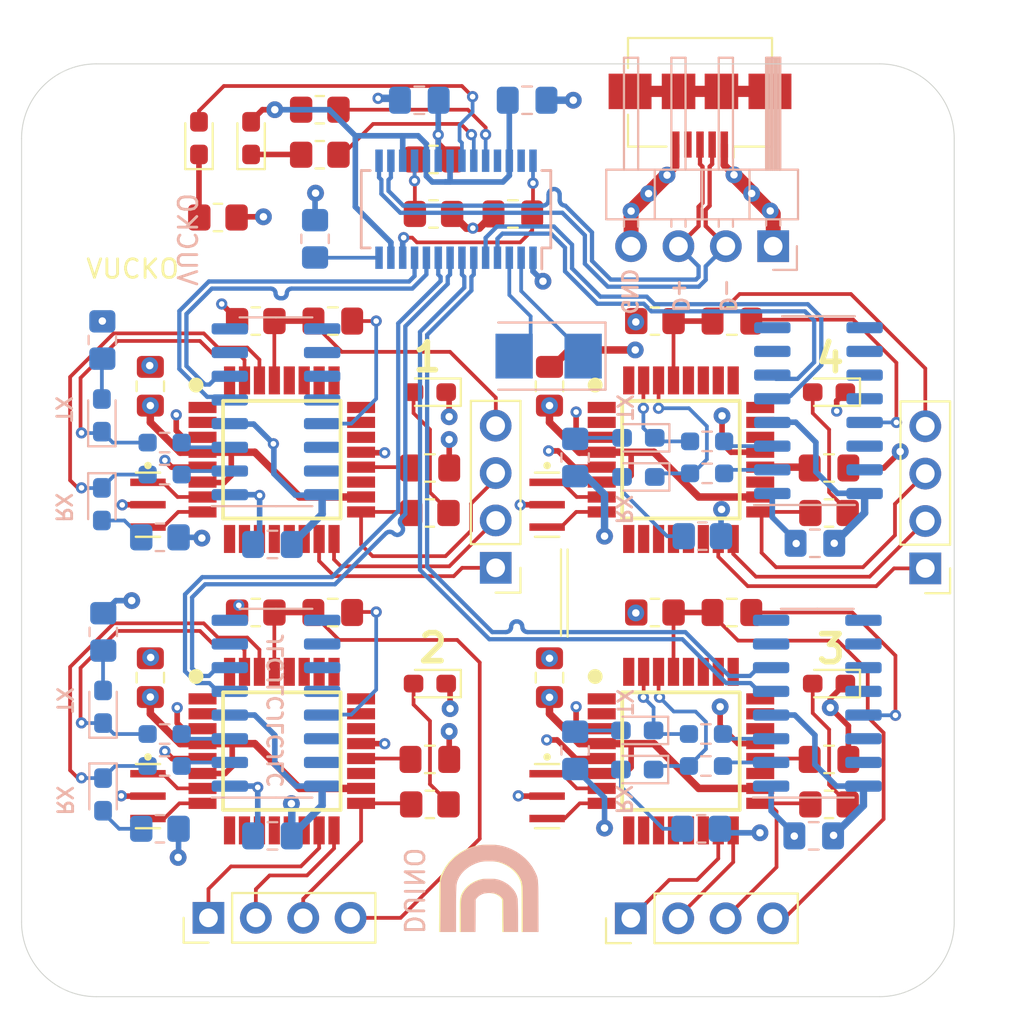
<source format=kicad_pcb>
(kicad_pcb (version 20211014) (generator pcbnew)
  (layers (0 "F.Cu" signal) (1 "In1.Cu" power) (2 "In2.Cu" power) (31 "B.Cu" signal) (34 "B.Paste" user) (35 "F.Paste" user) (36 "B.SilkS" user "B.Silkscreen") (37 "F.SilkS" user "F.Silkscreen") (38 "B.Mask" user) (39 "F.Mask" user) (44 "Edge.Cuts" user))
  (net 0 "")
  (net 57 "GND")
  (net 58 "Net-(D1-Pad2)")
  (net 59 "Net-(D2-Pad2)")
  (net 60 "Net-(D3-Pad2)")
  (net 61 "Net-(D4-Pad2)")
  (net 62 "Net-(D5-Pad2)")
  (net 63 "Net-(D6-Pad2)")
  (net 64 "Net-(D7-Pad2)")
  (net 65 "Net-(D8-Pad2)")
  (net 66 "Net-(D9-Pad2)")
  (net 67 "Net-(D10-Pad2)")
  (net 68 "+5V")
  (net 69 "Net-(D11-Pad2)")
  (net 70 "Net-(D12-Pad2)")
  (net 84 "unconnected-(J1-Pad6)")
  (net 86 "Net-(IC4-Pad8)")
  (net 87 "Net-(IC4-Pad7)")
  (net 88 "Net-(IC1-Pad8)")
  (net 89 "Net-(IC1-Pad7)")
  (net 90 "Net-(IC2-Pad8)")
  (net 91 "Net-(IC2-Pad7)")
  (net 92 "Net-(IC3-Pad8)")
  (net 93 "Net-(IC3-Pad7)")
  (net 96 "Net-(C14-Pad1)")
  (net 97 "Net-(C15-Pad1)")
  (net 98 "Net-(C16-Pad1)")
  (net 99 "Net-(C17-Pad1)")
  (net 100 "Net-(D13-Pad1)")
  (net 101 "Net-(D17-Pad1)")
  (net 111 "Net-(R1-Pad2)")
  (net 112 "Net-(R2-Pad2)")
  (net 113 "Net-(R3-Pad2)")
  (net 114 "Net-(R4-Pad2)")
  (net 115 "Net-(R5-Pad1)")
  (net 116 "Net-(R6-Pad1)")
  (net 117 "Net-(R7-Pad1)")
  (net 118 "Net-(R8-Pad1)")
  (net 119 "Net-(R25-Pad2)")
  (net 120 "Net-(R27-Pad2)")
  (net 121 "Net-(R28-Pad2)")
  (net 122 "Net-(R29-Pad1)")
  (net 144 "Net-(U5-Pad3)")
  (net 145 "Net-(U5-Pad2)")
  (net 146 "+3V3")
  (net 147 "Net-(D17-Pad2)")
  (net 148 "Net-(C19-Pad1)")
  (net 149 "/D1_N")
  (net 150 "/D1_P")
  (net 151 "/D4_N")
  (net 152 "/D4_P")
  (net 153 "/D2_N")
  (net 154 "/D2_P")
  (net 155 "/D3_N")
  (net 156 "/D3_P")
  (net 158 "/SS2")
  (net 159 "/DTR_2")
  (net 160 "/SS3")
  (net 161 "/DTR_3")
  (net 162 "/SS1")
  (net 163 "/DTR_1")
  (net 164 "/SS4")
  (net 165 "/DTR_4")
  (net 166 "/RXD_4")
  (net 167 "/TXD_4")
  (net 168 "/RXD_2")
  (net 169 "/TXD_2")
  (net 170 "/RXD_3")
  (net 171 "/TXD_3")
  (net 172 "/RXD_1")
  (net 173 "/TXD_1")
  (net 174 "/D-")
  (net 175 "/D+")
  (net 176 "/MOSI2")
  (net 177 "/MISO2")
  (net 178 "/SCK2")
  (net 179 "/MOSI3")
  (net 180 "/MISO3")
  (net 181 "/SCK3")
  (net 182 "/MOSI1")
  (net 183 "/MISO1")
  (net 184 "/SCK1")
  (net 185 "/MOSI4")
  (net 186 "/MISO4")
  (net 187 "/SCK4")
  (footprint "Capacitor_SMD:C_0805_2012Metric_Pad1.18x1.45mm_HandSolder" (layer "F.Cu") (at 166.6825 119.408 180)
    (fp_text reference "C6" hide)
    (fp_text value "0.1u")
  )
  (footprint "Capacitor_SMD:C_0805_2012Metric_Pad1.18x1.45mm_HandSolder" (layer "F.Cu") (at 188.082 119.408 180)
    (fp_text reference "C7" hide)
    (fp_text value "0.1u")
  )
  (footprint "Capacitor_SMD:C_0805_2012Metric_Pad1.18x1.45mm_HandSolder" (layer "F.Cu") (at 166.6875 103.787 180)
    (fp_text reference "C8" hide)
    (fp_text value "0.1u")
  )
  (footprint "Capacitor_SMD:C_0805_2012Metric_Pad1.18x1.45mm_HandSolder" (layer "F.Cu") (at 188.082 103.787 180)
    (fp_text reference "C9" hide)
    (fp_text value "0.1u")
  )
  (footprint "Capacitor_SMD:C_0805_2012Metric_Pad1.18x1.45mm_HandSolder" (layer "F.Cu") (at 156.9035 122.9005 90)
    (fp_text reference "C10" hide)
    (fp_text value "0.1u")
  )
  (footprint "Capacitor_SMD:C_0805_2012Metric_Pad1.18x1.45mm_HandSolder" (layer "F.Cu") (at 178.303 122.9005 90)
    (fp_text reference "C11" hide)
    (fp_text value "0.1u")
  )
  (footprint "Capacitor_SMD:C_0805_2012Metric_Pad1.18x1.45mm_HandSolder" (layer "F.Cu") (at 156.9035 107.2795 90)
    (fp_text reference "C12" hide)
    (fp_text value "0.1u")
  )
  (footprint "Capacitor_SMD:C_0805_2012Metric_Pad1.18x1.45mm_HandSolder" (layer "F.Cu") (at 178.303 107.2795 90)
    (fp_text reference "C13" hide)
    (fp_text value "0.1u")
  )
  (footprint "Capacitor_SMD:C_0805_2012Metric_Pad1.18x1.45mm_HandSolder" (layer "F.Cu") (at 171.8895 127.282)
    (fp_text reference "C14" hide)
    (fp_text value "0.1u")
  )
  (footprint "Capacitor_SMD:C_0805_2012Metric_Pad1.18x1.45mm_HandSolder" (layer "F.Cu") (at 193.289 127.282)
    (fp_text reference "C15" hide)
    (fp_text value "0.1u")
  )
  (footprint "Capacitor_SMD:C_0805_2012Metric_Pad1.18x1.45mm_HandSolder" (layer "F.Cu") (at 171.8895 111.661)
    (fp_text reference "C16" hide)
    (fp_text value "0.1u")
  )
  (footprint "Capacitor_SMD:C_0805_2012Metric_Pad1.18x1.45mm_HandSolder" (layer "F.Cu") (at 193.289 111.661)
    (fp_text reference "C17" hide)
    (fp_text value "0.1u")
  )
  (footprint "Capacitor_SMD:C_0805_2012Metric_Pad1.18x1.45mm_HandSolder" (layer "F.Cu") (at 176.3395 98.044 180)
    (fp_text reference "C19" hide)
    (fp_text value "10u")
  )
  (footprint "LED_SMD:LED_0603_1608Metric_Pad1.05x0.95mm_HandSolder" (layer "F.Cu") (at 171.8895 123.218 180)
    (fp_text reference "D9" hide)
    (fp_text value "red")
  )
  (footprint "LED_SMD:LED_0603_1608Metric_Pad1.05x0.95mm_HandSolder" (layer "F.Cu") (at 193.289 123.218 180)
    (fp_text reference "D10" hide)
    (fp_text value "red")
  )
  (footprint "LED_SMD:LED_0603_1608Metric_Pad1.05x0.95mm_HandSolder" (layer "F.Cu") (at 171.8895 107.597 180)
    (fp_text reference "D11" hide)
    (fp_text value "red")
  )
  (footprint "LED_SMD:LED_0603_1608Metric_Pad1.05x0.95mm_HandSolder" (layer "F.Cu") (at 193.289 107.597 180)
    (fp_text reference "D12" hide)
    (fp_text value "red")
  )
  (footprint "LED_SMD:LED_0603_1608Metric_Pad1.05x0.95mm_HandSolder" (layer "F.Cu") (at 162.306 93.98 90)
    (fp_text reference "D13" hide)
    (fp_text value "2")
  )
  (footprint "LED_SMD:LED_0603_1608Metric_Pad1.05x0.95mm_HandSolder" (layer "F.Cu") (at 159.512 93.98 90)
    (fp_text reference "D17" hide)
    (fp_text value "red")
  )
  (footprint "Vucko_Admin:QFP80P900X900X120-32N" (layer "F.Cu") (at 163.952 126.8375)
    (fp_text reference "IC1" hide)
    (fp_text value "ATMEGA328P-AU" hide)
  )
  (footprint "Vucko_Admin:QFP80P900X900X120-32N" (layer "F.Cu") (at 185.3515 126.8375)
    (fp_text reference "IC2" hide)
    (fp_text value "ATMEGA328P-AU" hide)
  )
  (footprint "Vucko_Admin:QFP80P900X900X120-32N" (layer "F.Cu") (at 185.3515 111.2165)
    (fp_text reference "IC4" hide)
    (fp_text value "ATMEGA328P-AU" hide)
  )
  (footprint "Connector_USB:USB_Micro-B_Amphenol_10104110_Horizontal" (layer "F.Cu") (at 186.3725 92.7735 180)
    (fp_text reference "J1" hide)
    (fp_text value "USB_Micro")
  )
  (footprint "Resistor_SMD:R_0805_2012Metric_Pad1.20x1.40mm_HandSolder" (layer "F.Cu") (at 162.555 119.408)
    (fp_text reference "R17" hide)
    (fp_text value "10k")
  )
  (footprint "Resistor_SMD:R_0805_2012Metric_Pad1.20x1.40mm_HandSolder" (layer "F.Cu") (at 183.9545 119.408)
    (fp_text reference "R18" hide)
    (fp_text value "10k")
  )
  (footprint "Resistor_SMD:R_0805_2012Metric_Pad1.20x1.40mm_HandSolder" (layer "F.Cu") (at 162.555 103.787)
    (fp_text reference "R19" hide)
    (fp_text value "10k")
  )
  (footprint "Resistor_SMD:R_0805_2012Metric_Pad1.20x1.40mm_HandSolder" (layer "F.Cu") (at 183.9545 103.787)
    (fp_text reference "R20" hide)
    (fp_text value "10k")
  )
  (footprint "Resistor_SMD:R_0805_2012Metric_Pad1.20x1.40mm_HandSolder" (layer "F.Cu") (at 171.8895 129.695 180)
    (fp_text reference "R21" hide)
    (fp_text value "1k")
  )
  (footprint "Resistor_SMD:R_0805_2012Metric_Pad1.20x1.40mm_HandSolder" (layer "F.Cu") (at 193.289 129.695 180)
    (fp_text reference "R22" hide)
    (fp_text value "1k")
  )
  (footprint "Resistor_SMD:R_0805_2012Metric_Pad1.20x1.40mm_HandSolder" (layer "F.Cu") (at 171.8895 114.074 180)
    (fp_text reference "R23" hide)
    (fp_text value "1k")
  )
  (footprint "Resistor_SMD:R_0805_2012Metric_Pad1.20x1.40mm_HandSolder" (layer "F.Cu") (at 193.289 114.074 180)
    (fp_text reference "R24" hide)
    (fp_text value "1k")
  )
  (footprint "Resistor_SMD:R_0805_2012Metric_Pad1.20x1.40mm_HandSolder" (layer "F.Cu") (at 172.085 95.123 180)
    (fp_text reference "R25" hide)
    (fp_text value "47k")
  )
  (footprint "Resistor_SMD:R_0805_2012Metric_Pad1.20x1.40mm_HandSolder" (layer "F.Cu") (at 172.085 98.044)
    (fp_text reference "R26" hide)
    (fp_text value "100k")
  )
  (footprint "Resistor_SMD:R_0805_2012Metric_Pad1.20x1.40mm_HandSolder" (layer "F.Cu") (at 165.989 94.869)
    (fp_text reference "R27" hide)
    (fp_text value "2.2k")
  )
  (footprint "Resistor_SMD:R_0805_2012Metric_Pad1.20x1.40mm_HandSolder" (layer "F.Cu") (at 165.989 92.456)
    (fp_text reference "R28" hide)
    (fp_text value "2.2k")
  )
  (footprint "Resistor_SMD:R_0805_2012Metric_Pad1.20x1.40mm_HandSolder" (layer "F.Cu") (at 160.528 98.2345)
    (fp_text reference "R30" hide)
    (fp_text value "1k")
  )
  (footprint "Vucko_Testiranje:OSC_CSTCE8M00G55-R0" (layer "F.Cu") (at 156.7765 129.2505 -90)
    (fp_text reference "Y1" hide)
    (fp_text value "CSTCE16M0V13C99-R0")
  )
  (footprint "Vucko_Testiranje:OSC_CSTCE8M00G55-R0" (layer "F.Cu") (at 178.176 129.2505 -90)
    (fp_text reference "Y2" hide)
    (fp_text value "CSTCE16M0V13C99-R0")
  )
  (footprint "Vucko_Testiranje:OSC_CSTCE8M00G55-R0" (layer "F.Cu") (at 156.7765 113.6295 -90)
    (fp_text reference "Y3" hide)
    (fp_text value "CSTCE16M0V13C99-R0")
  )
  (footprint "Vucko_Testiranje:OSC_CSTCE8M00G55-R0" (layer "F.Cu") (at 178.176 113.6295 -90)
    (fp_text reference "Y4" hide)
    (fp_text value "CSTCE16M0V13C99-R0")
  )
  (footprint "MountingHole:MountingHole_3.2mm_M3" (layer "F.Cu") (at 196.342 136.3345)
    (fp_text reference "H1" hide)
    (fp_text value "1")
  )
  (footprint "MountingHole:MountingHole_3.2mm_M3" (layer "F.Cu") (at 153.67 136.3345)
    (fp_text reference "H2" hide)
    (fp_text value "2")
  )
  (footprint "MountingHole:MountingHole_3.2mm_M3" (layer "F.Cu") (at 153.67 93.6625)
    (fp_text reference "H3" hide)
    (fp_text value "3")
  )
  (footprint "MountingHole:MountingHole_3.2mm_M3" (layer "F.Cu") (at 196.2785 93.6625)
    (fp_text reference "H4" hide)
    (fp_text value "4")
  )
  (footprint "Vucko_Admin:QFP80P900X900X120-32N" (layer "F.Cu") (at 163.952 111.2165)
    (fp_text reference "IC3" hide)
    (fp_text value "ATMEGA328P-AU" hide)
  )
  (footprint "Vucko_Admin_Logo:Duino" (layer "F.Cu") (at 175.05172 134.3914 90)
    (fp_text reference "L1" hide)
    (fp_text value "Duino" hide)
  )
  (footprint "Connector_PinHeader_2.54mm:PinHeader_1x04_P2.54mm_Vertical" (layer "F.Cu") (at 198.4502 117.0432 180)
    (fp_text reference "J2" hide)
    (fp_text value "Conn_01x04")
  )
  (footprint "Connector_PinHeader_2.54mm:PinHeader_1x04_P2.54mm_Vertical" (layer "F.Cu") (at 182.6641 135.8011 90)
    (fp_text reference "J3" hide)
    (fp_text value "Conn_01x04")
  )
  (footprint "Connector_PinHeader_2.54mm:PinHeader_1x04_P2.54mm_Vertical" (layer "F.Cu") (at 160.02 135.7757 90)
    (fp_text reference "J5" hide)
    (fp_text value "Conn_01x04")
  )
  (footprint "Connector_PinHeader_2.54mm:PinHeader_1x04_P2.54mm_Vertical" (layer "F.Cu") (at 175.41748 117.01272 180)
    (fp_text reference "J6" hide)
    (fp_text value "Conn_01x04")
  )
  (footprint "Capacitor_SMD:C_0805_2012Metric_Pad1.18x1.45mm_HandSolder" (layer "B.Cu") (at 192.532 115.697 180)
    (fp_text reference "C2" hide)
    (fp_text value "0.1u")
  )
  (footprint "Capacitor_SMD:C_0805_2012Metric_Pad1.18x1.45mm_HandSolder" (layer "B.Cu") (at 163.449 131.3815 180)
    (fp_text reference "C3" hide)
    (fp_text value "0.1u")
  )
  (footprint "Capacitor_SMD:C_0805_2012Metric_Pad1.18x1.45mm_HandSolder" (layer "B.Cu") (at 192.4685 131.3815 180)
    (fp_text reference "C4" hide)
    (fp_text value "0.1u")
  )
  (footprint "Capacitor_SMD:C_0805_2012Metric_Pad1.18x1.45mm_HandSolder" (layer "B.Cu") (at 163.449 115.7605 180)
    (fp_text reference "C5" hide)
    (fp_text value "0.1u")
  )
  (footprint "Capacitor_SMD:C_0805_2012Metric_Pad1.18x1.45mm_HandSolder" (layer "B.Cu") (at 177.1015 91.948)
    (fp_text reference "C21" hide)
    (fp_text value "10u")
  )
  (footprint "Capacitor_SMD:C_0805_2012Metric_Pad1.18x1.45mm_HandSolder" (layer "B.Cu") (at 171.323 91.948 180)
    (fp_text reference "C23" hide)
    (fp_text value "10u")
  )
  (footprint "LED_SMD:LED_0603_1608Metric_Pad1.05x0.95mm_HandSolder" (layer "B.Cu") (at 183.0705 112.141 180)
    (fp_text reference "D1" hide)
    (fp_text value "Blue")
  )
  (footprint "LED_SMD:LED_0603_1608Metric_Pad1.05x0.95mm_HandSolder" (layer "B.Cu") (at 183.0705 110.0455 180)
    (fp_text reference "D2" hide)
    (fp_text value "Blue")
  )
  (footprint "LED_SMD:LED_0603_1608Metric_Pad1.05x0.95mm_HandSolder" (layer "B.Cu") (at 154.3685 129.159 -90)
    (fp_text reference "D3" hide)
    (fp_text value "Blue")
  )
  (footprint "LED_SMD:LED_0603_1608Metric_Pad1.05x0.95mm_HandSolder" (layer "B.Cu") (at 154.3685 124.46 90)
    (fp_text reference "D4" hide)
    (fp_text value "Blue")
  )
  (footprint "LED_SMD:LED_0603_1608Metric_Pad1.05x0.95mm_HandSolder" (layer "B.Cu") (at 183.007 127.8255 180)
    (fp_text reference "D5" hide)
    (fp_text value "Blue")
  )
  (footprint "LED_SMD:LED_0603_1608Metric_Pad1.05x0.95mm_HandSolder" (layer "B.Cu") (at 183.007 125.73 180)
    (fp_text reference "D6" hide)
    (fp_text value "Blue")
  )
  (footprint "LED_SMD:LED_0603_1608Metric_Pad1.05x0.95mm_HandSolder" (layer "B.Cu") (at 154.305 113.6015 -90)
    (fp_text reference "D7" hide)
    (fp_text value "Blue")
  )
  (footprint "LED_SMD:LED_0603_1608Metric_Pad1.05x0.95mm_HandSolder" (layer "B.Cu") (at 154.305 108.839 90)
    (fp_text reference "D8" hide)
    (fp_text value "Blue")
  )
  (footprint "Resistor_SMD:R_0603_1608Metric_Pad0.98x0.95mm_HandSolder" (layer "B.Cu") (at 186.7535 111.9505)
    (fp_text reference "R1" hide)
    (fp_text value "1k")
  )
  (footprint "Resistor_SMD:R_0603_1608Metric_Pad0.98x0.95mm_HandSolder" (layer "B.Cu") (at 157.6705 127.635)
    (fp_text reference "R2" hide)
    (fp_text value "1k")
  )
  (footprint "Resistor_SMD:R_0603_1608Metric_Pad0.98x0.95mm_HandSolder" (layer "B.Cu") (at 186.69 127.635)
    (fp_text reference "R3" hide)
    (fp_text value "1k")
  )
  (footprint "Resistor_SMD:R_0603_1608Metric_Pad0.98x0.95mm_HandSolder" (layer "B.Cu") (at 157.6705 112.014)
    (fp_text reference "R4" hide)
    (fp_text value "1k")
  )
  (footprint "Resistor_SMD:R_0603_1608Metric_Pad0.98x0.95mm_HandSolder" (layer "B.Cu") (at 186.7535 110.236 180)
    (fp_text reference "R5" hide)
    (fp_text value "1k")
  )
  (footprint "Resistor_SMD:R_0603_1608Metric_Pad0.98x0.95mm_HandSolder" (layer "B.Cu") (at 157.6705 125.9205 180)
    (fp_text reference "R6" hide)
    (fp_text value "1k")
  )
  (footprint "Resistor_SMD:R_0603_1608Metric_Pad0.98x0.95mm_HandSolder" (layer "B.Cu") (at 186.69 125.9205 180)
    (fp_text reference "R7" hide)
    (fp_text value "1k")
  )
  (footprint "Resistor_SMD:R_0603_1608Metric_Pad0.98x0.95mm_HandSolder" (layer "B.Cu") (at 157.6705 110.2995 180)
    (fp_text reference "R8" hide)
    (fp_text value "1k")
  )
  (footprint "Resistor_SMD:R_0805_2012Metric_Pad1.20x1.40mm_HandSolder" (layer "B.Cu") (at 186.4995 115.316 180)
    (fp_text reference "R9" hide)
    (fp_text value "1k")
  )
  (footprint "Resistor_SMD:R_0805_2012Metric_Pad1.20x1.40mm_HandSolder" (layer "B.Cu") (at 179.6796 111.0996 90)
    (fp_text reference "R10" hide)
    (fp_text value "1k")
  )
  (footprint "Resistor_SMD:R_0805_2012Metric_Pad1.20x1.40mm_HandSolder" (layer "B.Cu") (at 157.4165 131.0005 180)
    (fp_text reference "R11" hide)
    (fp_text value "1k")
  )
  (footprint "Resistor_SMD:R_0805_2012Metric_Pad1.20x1.40mm_HandSolder" (layer "B.Cu") (at 154.3812 120.4468 -90)
    (fp_text reference "R12" hide)
    (fp_text value "1k")
  )
  (footprint "Resistor_SMD:R_0805_2012Metric_Pad1.20x1.40mm_HandSolder" (layer "B.Cu") (at 186.436 131.0005 180)
    (fp_text reference "R13" hide)
    (fp_text value "1k")
  )
  (footprint "Resistor_SMD:R_0805_2012Metric_Pad1.20x1.40mm_HandSolder" (layer "B.Cu") (at 179.6796 126.7968 90)
    (fp_text reference "R14" hide)
    (fp_text value "1k")
  )
  (footprint "Resistor_SMD:R_0805_2012Metric_Pad1.20x1.40mm_HandSolder" (layer "B.Cu") (at 157.4165 115.3795 180)
    (fp_text reference "R15" hide)
    (fp_text value "1k")
  )
  (footprint "Resistor_SMD:R_0805_2012Metric_Pad1.20x1.40mm_HandSolder" (layer "B.Cu") (at 154.3304 104.8004 -90)
    (fp_text reference "R16" hide)
    (fp_text value "1k")
  )
  (footprint "Resistor_SMD:R_0805_2012Metric_Pad1.20x1.40mm_HandSolder" (layer "B.Cu") (at 165.735 99.3775 90)
    (fp_text reference "R29" hide)
    (fp_text value "2.7k")
  )
  (footprint "Connector_PinHeader_2.54mm:PinHeader_1x04_P2.54mm_Horizontal" (layer "B.Cu") (at 190.2968 99.7712 90)
    (fp_text reference "J4" hide)
    (fp_text value "SS_PG")
  )
  (footprint "Package_SO:SOIC-16_3.9x9.9mm_P1.27mm" (layer "B.Cu") (at 192.7225 108.585)
    (fp_text reference "U1" hide)
    (fp_text value "CH340C")
  )
  (footprint "Package_SO:SOIC-16_3.9x9.9mm_P1.27mm" (layer "B.Cu") (at 163.6395 124.2695)
    (fp_text reference "U2" hide)
    (fp_text value "CH340C")
  )
  (footprint "Package_SO:SOIC-16_3.9x9.9mm_P1.27mm" (layer "B.Cu") (at 192.659 124.2695)
    (fp_text reference "U3" hide)
    (fp_text value "CH340C")
  )
  (footprint "Package_SO:SOIC-16_3.9x9.9mm_P1.27mm" (layer "B.Cu") (at 163.6395 108.6485)
    (fp_text reference "U4" hide)
    (fp_text value "CH340C")
  )
  (footprint "Package_SO:SSOP-28_3.9x9.9mm_P0.635mm" (layer "B.Cu") (at 173.2915 97.79 90)
    (fp_text reference "U5" hide)
    (fp_text value "FE1.1s")
  )
  (footprint "Crystal:Crystal_SMD_5032-2Pin_5.0x3.2mm" (layer "B.Cu") (at 178.2572 105.664 180)
    (fp_text reference "Y5" hide)
    (fp_text value "12MHz")
  )
  (footprint "Vucko_Admin_Logo:Duino" (layer "B.Cu") (at 175.05172 134.3914 90)
    (fp_text reference "L2" hide)
    (fp_text value "Duino" hide)
  )
  (gr_line (start 179.2732 120.7008) (end 179.2732 116.0272) (layer "F.SilkS") (width 0.12))
  (gr_line (start 178.9176 120.65) (end 178.9176 116.0272) (layer "F.SilkS") (width 0.12))
  (gr_line (start 196 90) (end 154 90) (layer "Edge.Cuts") (width 0.05))
  (gr_arc (start 196 90) (mid 198.828427 91.171573) (end 200 94) (layer "Edge.Cuts") (width 0.05))
  (gr_line (start 150 94) (end 150 136) (layer "Edge.Cuts") (width 0.05))
  (gr_line (start 154 140) (end 196 140) (layer "Edge.Cuts") (width 0.05))
  (gr_arc (start 200 136) (mid 198.828427 138.828427) (end 196 140) (layer "Edge.Cuts") (width 0.05))
  (gr_arc (start 150 94) (mid 151.171573 91.171573) (end 154 90) (layer "Edge.Cuts") (width 0.05))
  (gr_arc (start 154 140) (mid 151.171573 138.828427) (end 150 136) (layer "Edge.Cuts") (width 0.05))
  (gr_line (start 200 136) (end 200 94) (layer "Edge.Cuts") (width 0.05))
  (gr_text "RX" (at 182.2704 129.4384 270) (layer "B.SilkS") (effects (font (size 0.8 0.8)) (justify mirror)))
  (gr_text "TX" (at 182.3212 124.206 270) (layer "B.SilkS") (effects (font (size 0.8 0.8)) (justify mirror)))
  (gr_text "GND" (at 182.5752 102.2096 270) (layer "B.SilkS") (effects (font (size 0.8 0.8)) (justify mirror)))
  (gr_text "JLCJLCJLCJLC" (at 163.6268 124.6632 90) (layer "B.SilkS") (effects (font (size 0.8 0.8)) (justify mirror)))
  (gr_text "VUCKO" (at 158.8516 99.4156 270) (layer "B.SilkS") (effects (font (size 1 1)) (justify mirror)))
  (gr_text "TX" (at 152.2476 108.5088 270) (layer "B.SilkS") (effects (font (size 0.8 0.8)) (justify mirror)))
  (gr_text "TX" (at 182.3212 108.4072 270) (layer "B.SilkS") (effects (font (size 0.8 0.8)) (justify mirror)))
  (gr_text "RX" (at 182.2704 113.8936 270) (layer "B.SilkS") (effects (font (size 0.8 0.8)) (justify mirror)))
  (gr_text "D-" (at 187.8584 102.4128 270) (layer "B.SilkS") (effects (font (size 0.8 0.8)) (justify mirror)))
  (gr_text "TX" (at 152.2984 124.1044 270) (layer "B.SilkS") (effects (font (size 0.8 0.8)) (justify mirror)))
  (gr_text "D+" (at 185.3184 102.4128 270) (layer "B.SilkS") (effects (font (size 0.8 0.8)) (justify mirror)))
  (gr_text "RX" (at 152.2476 113.792 270) (layer "B.SilkS") (effects (font (size 0.8 0.8)) (justify mirror)))
  (gr_text "RX" (at 152.2984 129.4892 270) (layer "B.SilkS") (effects (font (size 0.8 0.8)) (justify mirror)))
  (gr_text "DUINO" (at 171.02328 134.33044 270) (layer "B.SilkS") (effects (font (size 1 1)) (justify mirror)))
  (gr_text "2" (at 172.0596 121.3104) (layer "F.SilkS") (effects (font (size 1.5 1.5) (thickness 0.3))))
  (gr_text "4" (at 193.3448 105.7656) (layer "F.SilkS") (effects (font (size 1.5 1.5) (thickness 0.3))))
  (gr_text "3" (at 193.3956 121.3612) (layer "F.SilkS") (effects (font (size 1.5 1.5) (thickness 0.3))))
  (gr_text "VUCKO" (at 155.956 100.9904) (layer "F.SilkS") (effects (font (size 1 1))))
  (gr_text "1" (at 171.7548 105.7148) (layer "F.SilkS") (effects (font (size 1.5 1.5) (thickness 0.3))))
  (segment (start 182.6768 97.8916) (end 182.6768 99.7712) (width 0.8) (layer "F.Cu") (net 57))
  (segment (start 183.6166 96.9518) (end 182.6768 97.8916) (width 0.8) (layer "F.Cu") (net 57))
  (segment (start 184.6072 95.9612) (end 183.6166 96.9518) (width 0.8) (layer "F.Cu") (net 57))
  (segment (start 169.4688 110.8456) (end 168.2311 110.8456) (width 0.3) (layer "F.Cu") (net 57))
  (segment (start 185.0725 95.4959) (end 184.6072 95.9612) (width 0.4) (layer "F.Cu") (net 57))
  (segment (start 187.5536 110.3376) (end 187.5536 108.8644) (width 0.3) (layer "F.Cu") (net 57))
  (segment (start 172.974 124.5616) (end 172.974 123.4275) (width 0.3) (layer "F.Cu") (net 57))
  (segment (start 158.2928 108.8136) (end 158.2928 109.6573) (width 0.3) (layer "F.Cu") (net 57))
  (segment (start 193.7004 108.6104) (end 193.7004 108.0606) (width 0.3) (layer "F.Cu") (net 57))
  (segment (start 178.176 113.6295) (end 176.7433 113.6295) (width 0.3) (layer "F.Cu") (net 57))
  (segment (start 179.35956 105.3338) (end 182.90032 105.3338) (width 0.4) (layer "F.Cu") (net 57))
  (segment (start 172.974 123.4275) (end 172.7645 123.218) (width 0.3) (layer "F.Cu") (net 57))
  (segment (start 188.4135 126.4375) (end 189.6015 126.4375) (width 0.3) (layer "F.Cu") (net 57))
  (segment (start 158.0731 127.2375) (end 157.6832 126.8476) (width 0.3) (layer "F.Cu") (net 57))
  (segment (start 179.7304 125.3164) (end 179.7304 124.46) (width 0.3) (layer "F.Cu") (net 57))
  (segment (start 194.164 123.218) (end 193.3575 124.0245) (width 0.3) (layer "F.Cu") (net 57))
  (segment (start 158.0477 111.6165) (end 157.6832 111.252) (width 0.3) (layer "F.Cu") (net 57))
  (segment (start 155.4073 113.6295) (end 155.3972 113.6396) (width 0.3) (layer "F.Cu") (net 57))
  (segment (start 194.3265 127.282) (end 194.3265 125.4798) (width 0.3) (layer "F.Cu") (net 57))
  (segment (start 174.1932 98.806) (end 173.847 98.806) (width 0.4) (layer "F.Cu") (net 57))
  (segment (start 185.0725 94.3235) (end 185.0725 95.4959) (width 0.4) (layer "F.Cu") (net 57))
  (segment (start 155.3617 129.2505) (end 155.3464 129.2352) (width 0.3) (layer "F.Cu") (net 57))
  (segment (start 181.1015 127.2375) (end 179.7139 127.2375) (width 0.3) (layer "F.Cu") (net 57))
  (segment (start 172.9232 107.7557) (end 172.7645 107.597) (width 0.3) (layer "F.Cu") (net 57))
  (segment (start 158.652 110.0165) (end 159.702 110.0165) (width 0.3) (layer "F.Cu") (net 57))
  (segment (start 187.452 125.476) (end 188.4135 126.4375) (width 0.3) (layer "F.Cu") (net 57))
  (segment (start 173.847 98.806) (end 173.085 98.044) (width 0.4) (layer "F.Cu") (net 57))
  (segment (start 161.5661 98.1964) (end 161.528 98.2345) (width 0.3) (layer "F.Cu") (net 57))
  (segment (start 181.1015 110.0165) (end 180.0515 110.0165) (width 0.3) (layer "F.Cu") (net 57))
  (segment (start 174.1932 98.806) (end 174.54 98.806) (width 0.4) (layer "F.Cu") (net 57))
  (segment (start 194.3265 125.4798) (end 193.3575 124.5108) (width 0.3) (layer "F.Cu") (net 57))
  (segment (start 156.7765 113.6295) (end 155.4073 113.6295) (width 0.3) (layer "F.Cu") (net 57))
  (segment (start 172.927 110.1382) (end 172.9232 110.1344) (width 0.3) (layer "F.Cu") (net 57))
  (segment (start 178.176 129.2505) (end 176.6469 129.2505) (width 0.3) (layer "F.Cu") (net 57))
  (segment (start 172.927 125.7846) (end 172.9232 125.7808) (width 0.3) (layer "F.Cu") (net 57))
  (segment (start 169.4651 126.4375) (end 169.4688 126.4412) (width 0.3) (layer "F.Cu") (net 57))
  (segment (start 194.3493 127.3048) (end 194.3265 127.282) (width 0.3) (layer "F.Cu") (net 57))
  (segment (start 187.452 124.46) (end 187.452 125.476) (width 0.3) (layer "F.Cu") (net 57))
  (segment (start 179.6377 111.6165) (end 178.7652 110.744) (width 0.3) (layer "F.Cu") (net 57))
  (segment (start 193.3575 124.0245) (end 193.3575 124.5108) (width 0.3) (layer "F.Cu") (net 57))
  (segment (start 158.3436 125.3291) (end 158.652 125.6375) (width 0.3) (layer "F.Cu") (net 57))
  (segment (start 188.0325 110.8165) (end 187.5536 110.3376) (width 0.3) (layer "F.Cu") (net 57))
  (segment (start 193.7004 108.0606) (end 194.164 107.597) (width 0.3) (layer "F.Cu") (net 57))
  (segment (start 176.6469 129.2505) (end 176.6316 129.2352) (width 0.3) (layer "F.Cu") (net 57))
  (segment (start 158.652 125.6375) (end 159.702 125.6375) (width 0.3) (layer "F.Cu") (net 57))
  (segment (start 179.7304 109.6954) (end 179.7304 108.6612) (width 0.3) (layer "F.Cu") (net 57))
  (segment (start 178.303 121.863) (end 178.303 121.863028) (width 0.3) (layer "F.Cu") (net 57))
  (segment (start 159.702 127.2375) (end 158.0731 127.2375) (width 0.3) (layer "F.Cu") (net 57))
  (segment (start 181.1015 111.6165) (end 179.6377 111.6165) (width 0.3) (layer "F.Cu") (net 57))
  (segment (start 178.303 106.242) (end 178.45136 106.242) (width 0.4) (layer "F.Cu") (net 57))
  (segment (start 159.702 111.6165) (end 158.0477 111.6165) (width 0.3) (layer "F.Cu") (net 57))
  (segment (start 182.6768 97.8916) (end 182.6768 97.8916) (width 0.4) (layer "F.Cu") (net 57))
  (segment (start 168.2311 110.8456) (end 168.202 110.8165) (width 0.3) (layer "F.Cu") (net 57))
  (segment (start 178.7652 110.744) (end 178.2572 110.744) (width 0.3) (layer "F.Cu") (net 57))
  (segment (start 158.2928 109.6573) (end 158.652 110.0165) (width 0.3) (layer "F.Cu") (net 57))
  (segment (start 181.1015 125.6375) (end 180.0515 125.6375) (width 0.3) (layer "F.Cu") (net 57))
  (segment (start 189.6015 110.8165) (end 188.0325 110.8165) (width 0.3) (layer "F.Cu") (net 57))
  (segment (start 156.7765 129.2505) (end 155.3617 129.2505) (width 0.3) (layer "F.Cu") (net 57))
  (segment (start 168.202 126.4375) (end 169.4651 126.4375) (width 0.3) (layer "F.Cu") (net 57))
  (segment (start 174.54 98.806) (end 175.302 98.044) (width 0.4) (layer "F.Cu") (net 57))
  (segment (start 162.9664 98.1964) (end 161.5661 98.1964) (width 0.3) (layer "F.Cu") (net 57))
  (segment (start 194.3265 111.661) (end 196.2251 111.661) (width 0.3) (layer "F.Cu") (net 57))
  (segment (start 178.45136 106.242) (end 179.35956 105.3338) (width 0.4) (layer "F.Cu") (net 57))
  (segment (start 172.9232 108.9152) (end 172.9232 107.7557) (width 0.3) (layer "F.Cu") (net 57))
  (segment (start 158.3436 124.5108) (end 158.3436 125.3291) (width 0.3) (layer "F.Cu") (net 57))
  (segment (start 180.0515 110.0165) (end 179.7304 109.6954) (width 0.3) (layer "F.Cu") (net 57))
  (segment (start 172.927 111.661) (end 172.927 110.1382) (width 0.3) (layer "F.Cu") (net 57))
  (segment (start 179.7139 127.2375) (end 178.7144 126.238) (width 0.3) (layer "F.Cu") (net 57))
  (segment (start 180.0515 125.6375) (end 179.7304 125.3164) (width 0.3) (layer "F.Cu") (net 57))
  (segment (start 176.7433 113.6295) (end 176.7332 113.6396) (width 0.3) (layer "F.Cu") (net 57))
  (segment (start 196.2251 111.661) (end 197.104 110.7821) (width 0.3) (layer "F.Cu") (net 57))
  (segment (start 172.927 127.282) (end 172.927 125.7846) (width 0.3) (layer "F.Cu") (net 57))
  (segment (start 178.7144 126.238) (end 178.1556 126.238) (width 0.3) (layer "F.Cu") (net 57))
  (via (at 156.9212 121.8184) (size 0.9) (drill 0.4) (layers "F.Cu" "B.Cu") (net 57))
  (via (at 162.6616 128.778) (size 0.6) (drill 0.3) (layers "F.Cu" "B.Cu") (net 57))
  (via (at 193.3575 124.5108) (size 0.9) (drill 0.4) (layers "F.Cu" "B.Cu") (net 57))
  (via (at 172.9232 125.7808) (size 0.9) (drill 0.4) (layers "F.Cu" "B.Cu") (net 57))
  (via (at 179.7304 108.6612) (size 0.6) (drill 0.3) (layers "F.Cu" "B.Cu") (net 57))
  (via (at 169.4688 110.8456) (size 0.6) (drill 0.3) (layers "F.Cu" "B.Cu") (net 57))
  (via (at 178.303 121.863028) (size 0.9) (drill 0.4) (layers "F.Cu" "B.Cu") (net 57))
  (via (at 191.427102 131.3942) (size 0.9) (drill 0.4) (layers "F.Cu" "B.Cu") (net 57))
  (via (at 183.6166 96.9518) (size 0.9) (drill 0.4) (layers "F.Cu" "B.Cu") (net 57))
  (via (at 158.2928 108.8136) (size 0.6) (drill 0.3) (layers "F.Cu" "B.Cu") (net 57))
  (via (at 157.6832 111.252) (size 0.6) (drill 0.3) (layers "F.Cu" "B.Cu") (net 57))
  (via (at 178.1556 126.238) (size 0.6) (drill 0.3) (layers "F.Cu" "B.Cu") (net 57))
  (via (at 169.4688 126.4412) (size 0.6) (drill 0.3) (layers "F.Cu" "B.Cu") (net 57))
  (via (at 162.7632 113.1316) (size 0.6) (drill 0.3) (layers "F.Cu" "B.Cu") (net 57))
  (via (at 158.3436 124.5108) (size 0.6) (drill 0.3) (layers "F.Cu" "B.Cu") (net 57))
  (via (at 184.6072 95.9612) (size 0.9) (drill 0.4) (layers "F.Cu" "B.Cu") (net 57))
  (via (at 177.9524 101.6508) (size 0.9) (drill 0.4) (layers "F.Cu" "B.Cu") (net 57))
  (via (at 191.5287 115.7097) (size 0.9) (drill 0.4) (layers "F.Cu" "B.Cu") (net 57))
  (via (at 187.452 124.46) (size 0.9) (drill 0.4) (layers "F.Cu" "B.Cu") (net 57))
  (via (at 174.1932 98.806) (size 0.6) (drill 0.3) (layers "F.Cu" "B.Cu") (net 57))
  (via (at 182.90032 105.3338) (size 0.9) (drill 0.4) (layers "F.Cu" "B.Cu") (net 57))
  (via (at 156.8704 106.172) (size 0.9) (drill 0.4) (layers "F.Cu" "B.Cu") (net 57))
  (via (at 176.7332 113.6396) (size 0.6) (drill 0.3) (layers "F.Cu" "B.Cu") (net 57))
  (via (at 179.7304 124.46) (size 0.6) (drill 0.3) (layers "F.Cu" "B.Cu") (net 57))
  (via (at 182.6768 97.8916) (size 0.9) (drill 0.4) (layers "F.Cu" "B.Cu") (net 57))
  (via (at 172.9232 110.1344) (size 0.9) (drill 0.4) (layers "F.Cu" "B.Cu") (net 57))
  (via (at 178.2572 110.744) (size 0.6) (drill 0.3) (layers "F.Cu" "B.Cu") (net 57))
  (via (at 172.974 124.5616) (size 0.9) (drill 0.4) (layers "F.Cu" "B.Cu") (net 57))
  (via (at 176.6316 129.2352) (size 0.6) (drill 0.3) (layers "F.Cu" "B.Cu") (net 57))
  (via (at 165.7604 96.9264) (size 0.9) (drill 0.4) (layers "F.Cu" "B.Cu") (net 57))
  (via (at 155.3972 113.6396) (size 0.6) (drill 0.3) (layers "F.Cu" "B.Cu") (net 57))
  (via (at 187.5536 108.8644) (size 0.9) (drill 0.4) (layers "F.Cu" "B.Cu") (net 57))
  (via (at 172.9232 108.9152) (size 0.9) (drill 0.4) (layers "F.Cu" "B.Cu") (net 57))
  (via (at 179.578 91.948) (size 0.9) (drill 0.4) (layers "F.Cu" "B.Cu") (net 57))
  (via (at 193.7004 108.6104) (size 0.6) (drill 0.3) (layers "F.Cu" "B.Cu") (net 57))
  (via (at 162.9664 98.1964) (size 0.9) (drill 0.4) (layers "F.Cu" "B.Cu") (net 57))
  (via (at 155.3464 129.2352) (size 0.6) (drill 0.3) (layers "F.Cu" "B.Cu") (net 57))
  (via (at 197.104 110.7821) (size 0.9) (drill 0.4) (layers "F.Cu" "B.Cu") (net 57))
  (via (at 169.1132 91.8464) (size 0.6) (drill 0.3) (layers "F.Cu" "B.Cu") (net 57))
  (via (at 157.6832 126.8476) (size 0.6) (drill 0.3) (layers "F.Cu" "B.Cu") (net 57))
  (segment (start 190.184 128.7145) (end 190.184 130.0368) (width 0.3) (layer "B.Cu") (net 57))
  (segment (start 162.7632 113.1316) (end 162.7632 115.4088) (width 0.3) (layer "B.Cu") (net 57))
  (segment (start 190.2475 114.3015) (end 191.4945 115.5485) (width 0.3) (layer "B.Cu") (net 57))
  (segment (start 190.184 130.0368) (end 191.431 131.2838) (width 0.3) (layer "B.Cu") (net 57))
  (segment (start 162.7632 115.4088) (end 162.4115 115.7605) (width 0.3) (layer "B.Cu") (net 57))
  (segment (start 191.4945 115.697) (end 191.5072 115.7097) (width 0.3) (layer "B.Cu") (net 57))
  (segment (start 161.1645 113.0935) (end 162.7251 113.0935) (width 0.3) (layer "B.Cu") (net 57))
  (segment (start 190.2475 113.03) (end 190.2475 114.3015) (width 0.3) (layer "B.Cu") (net 57))
  (segment (start 191.431 131.2838) (end 191.431 131.3815) (width 0.3) (layer "B.Cu") (net 57))
  (segment (start 191.4945 115.5485) (end 191.4945 115.697) (width 0.3) (layer "B.Cu") (net 57))
  (segment (start 161.1645 128.7145) (end 162.5981 128.7145) (width 0.3) (layer "B.Cu") (net 57))
  (segment (start 162.6616 131.1314) (end 162.6616 128.778) (width 0.3) (layer "B.Cu") (net 57))
  (segment (start 177.419 101.1174) (end 177.9524 101.6508) (width 0.3) (layer "B.Cu") (net 57))
  (segment (start 191.427102 131.385398) (end 191.427102 131.3942) (width 0.3) (layer "B.Cu") (net 57))
  (segment (start 165.735 98.3775) (end 165.735 96.9518) (width 0.3) (layer "B.Cu") (net 57))
  (segment (start 165.735 96.9518) (end 165.7604 96.9264) (width 0.3) (layer "B.Cu") (net 57))
  (segment (start 162.5981 128.7145) (end 162.6616 128.778) (width 0.3) (layer "B.Cu") (net 57))
  (segment (start 177.419 100.39) (end 177.419 101.1174) (width 0.3) (layer "B.Cu") (net 57))
  (segment (start 191.5072 115.7097) (end 191.5287 115.7097) (width 0.3) (layer "B.Cu") (net 57))
  (segment (start 162.7251 113.0935) (end 162.7632 113.1316) (width 0.3) (layer "B.Cu") (net 57))
  (segment (start 170.1839 91.8464) (end 170.2855 91.948) (width 0.4) (layer "B.Cu") (net 57))
  (segment (start 169.1132 91.8464) (end 170.1839 91.8464) (width 0.4) (layer "B.Cu") (net 57))
  (segment (start 162.4115 131.3815) (end 162.6616 131.1314) (width 0.3) (layer "B.Cu") (net 57))
  (segment (start 191.431 131.3815) (end 191.427102 131.385398) (width 0.3) (layer "B.Cu") (net 57))
  (segment (start 178.139 91.948) (end 179.578 91.948) (width 0.4) (layer "B.Cu") (net 57))
  (segment (start 184.6072 115.316) (end 182.1955 112.9043) (width 0.2) (layer "B.Cu") (net 58))
  (segment (start 185.4995 115.316) (end 184.6072 115.316) (width 0.2) (layer "B.Cu") (net 58))
  (segment (start 182.1955 112.9043) (end 182.1955 112.141) (width 0.2) (layer "B.Cu") (net 58))
  (segment (start 182.1955 110.0455) (end 179.7337 110.0455) (width 0.2) (layer "B.Cu") (net 59))
  (segment (start 179.7337 110.0455) (end 179.6796 110.0996) (width 0.2) (layer "B.Cu") (net 59))
  (segment (start 154.3685 130.034) (end 154.3685 130.1369) (width 0.2) (layer "B.Cu") (net 60))
  (segment (start 154.3685 130.1369) (end 155.2321 131.0005) (width 0.2) (layer "B.Cu") (net 60))
  (segment (start 155.2321 131.0005) (end 156.4165 131.0005) (width 0.2) (layer "B.Cu") (net 60))
  (segment (start 154.3685 123.585) (end 154.3685 121.4595) (width 0.2) (layer "B.Cu") (net 61))
  (segment (start 154.3685 121.4595) (end 154.3812 121.4468) (width 0.2) (layer "B.Cu") (net 61))
  (segment (start 184.3913 131.0005) (end 182.132 128.7412) (width 0.2) (layer "B.Cu") (net 62))
  (segment (start 185.436 131.0005) (end 184.3913 131.0005) (width 0.2) (layer "B.Cu") (net 62))
  (segment (start 182.132 128.7412) (end 182.132 127.8255) (width 0.2) (layer "B.Cu") (net 62))
  (segment (start 179.7464 125.73) (end 179.6796 125.7968) (width 0.2) (layer "B.Cu") (net 63))
  (segment (start 182.132 125.73) (end 179.7464 125.73) (width 0.2) (layer "B.Cu") (net 63))
  (segment (start 154.305 114.4765) (end 155.5135 114.4765) (width 0.2) (layer "B.Cu") (net 64))
  (segment (start 155.5135 114.4765) (end 156.4165 115.3795) (width 0.2) (layer "B.Cu") (net 64))
  (segment (start 154.305 107.964) (end 154.305 105.8258) (width 0.2) (layer "B.Cu") (net 65))
  (segment (start 154.305 105.8258) (end 154.3304 105.8004) (width 0.2) (layer "B.Cu") (net 65))
  (segment (start 171.0145 123.218) (end 171.0145 124.342) (width 0.2) (layer "F.Cu") (net 66))
  (segment (start 171.8945 128.612) (end 172.8895 129.607) (width 0.2) (layer "F.Cu") (net 66))
  (segment (start 171.8945 125.222) (end 171.8945 128.612) (width 0.2) (layer "F.Cu") (net 66))
  (segment (start 172.8895 129.607) (end 172.8895 129.695) (width 0.2) (layer "F.Cu") (net 66))
  (segment (start 171.0145 124.342) (end 171.8945 125.222) (width 0.2) (layer "F.Cu") (net 66))
  (segment (start 192.414 124.7992) (end 193.294 125.6792) (width 0.2) (layer "F.Cu") (net 67))
  (segment (start 193.294 125.6792) (end 193.294 128.64375) (width 0.2) (layer "F.Cu") (net 67))
  (segment (start 193.294 128.64375) (end 194.289 129.63875) (width 0.2) (layer "F.Cu") (net 67))
  (segment (start 192.414 123.218) (end 192.414 124.7992) (width 0.2) (layer "F.Cu") (net 67))
  (segment (start 194.289 129.63875) (end 194.289 129.695) (width 0.2) (layer "F.Cu") (net 67))
  (segment (start 182.2997 112.4419) (end 182.6805 112.0611) (width 0.3) (layer "F.Cu") (net 68))
  (segment (start 182.6805 112.0611) (end 182.6805 110.8419) (width 0.3) (layer "F.Cu") (net 68))
  (segment (start 181.0888 112.4419) (end 182.2997 112.4419) (width 0.3) (layer "F.Cu") (net 68))
  (segment (start 159.702 110.8165) (end 162.5055 110.8165) (width 0.4) (layer "F.Cu") (net 68))
  (segment (start 162.5055 110.8165) (end 164.9055 113.2165) (width 0.4) (layer "F.Cu") (net 68))
  (segment (start 164.9055 113.2165) (end 168.202 113.2165) (width 0.4) (layer "F.Cu") (net 68))
  (segment (start 178.303 108.317) (end 178.303 108.317) (width 0.4) (layer "F.Cu") (net 68))
  (segment (start 178.303 109.215) (end 179.9045 110.8165) (width 0.4) (layer "F.Cu") (net 68))
  (segment (start 179.9045 110.8165) (end 181.1015 110.8165) (width 0.4) (layer "F.Cu") (net 68))
  (segment (start 156.9035 123.938) (end 156.9035 124.836) (width 0.4) (layer "F.Cu") (net 68))
  (segment (start 178.303 123.957) (end 178.303 124.836) (width 0.4) (layer "F.Cu") (net 68))
  (segment (start 156.9035 108.317) (end 156.9035 109.215) (width 0.4) (layer "F.Cu") (net 68))
  (segment (start 178.303 108.317) (end 178.303 109.215) (width 0.4) (layer "F.Cu") (net 68))
  (segment (start 158.505 126.4375) (end 159.702 126.4375) (width 0.4) (layer "F.Cu") (net 68))
  (segment (start 161.555 103.6938) (end 160.7312 102.87) (width 0.3) (layer "F.Cu") (net 68))
  (segment (start 156.9035 124.836) (end 158.505 126.4375) (width 0.4) (layer "F.Cu") (net 68))
  (segment (start 159.702 128.0375) (end 160.9129 128.0375) (width 0.3) (layer "F.Cu") (net 68))
  (segment (start 189.1411 96.89338) (end 188.19368 95.94596) (width 0.8) (layer "F.Cu") (net 68))
  (segment (start 181.1015 110.8165) (end 183.905 110.8165) (width 0.4) (layer "F.Cu") (net 68))
  (segment (start 156.9035 123.938) (end 156.9035 123.938) (width 0.4) (layer "F.Cu") (net 68))
  (segment (start 178.303 123.938) (end 178.303 123.957) (width 0.4) (layer "F.Cu") (net 68))
  (segment (start 190.2968 99.7712) (end 190.2968 98.04146) (width 0.8) (layer "F.Cu") (net 68))
  (segment (start 187.6725 94.3235) (end 187.6725 95.42478) (width 0.4) (layer "F.Cu") (net 68))
  (segment (start 181.0888 128.0883) (end 182.2997 128.0883) (width 0.3) (layer "F.Cu") (net 68))
  (segment (start 190.07836 97.88144) (end 189.1411 96.94418) (width 0.8) (layer "F.Cu") (net 68))
  (segment (start 183.905 126.4375) (end 186.305 128.8375) (width 0.4) (layer "F.Cu") (net 68))
  (segment (start 190.13678 97.88144) (end 190.07836 97.88144) (width 0.8) (layer "F.Cu") (net 68))
  (segment (start 164.9055 128.8375) (end 168.202 128.8375) (width 0.4) (layer "F.Cu") (net 68))
  (segment (start 159.6512 112.4419) (end 160.8621 112.4419) (width 0.3) (layer "F.Cu") (net 68))
  (segment (start 159.702 126.4375) (end 161.2937 126.4375) (width 0.4) (layer "F.Cu") (net 68))
  (segment (start 161.2937 126.4375) (end 162.5055 126.4375) (width 0.4) (layer "F.Cu") (net 68))
  (segment (start 161.2937 127.6567) (end 161.2937 126.4375) (width 0.3) (layer "F.Cu") (net 68))
  (segment (start 186.305 128.8375) (end 189.6015 128.8375) (width 0.4) (layer "F.Cu") (net 68))
  (segment (start 162.5055 126.4375) (end 164.9055 128.8375) (width 0.4) (layer "F.Cu") (net 68))
  (segment (start 161.555 103.787) (end 161.555 103.6938) (width 0.3) (layer "F.Cu") (net 68))
  (segment (start 186.305 113.2165) (end 189.6015 113.2165) (width 0.4) (layer "F.Cu") (net 68))
  (segment (start 189.1411 96.94418) (end 189.1411 96.89338) (width 0.8) (layer "F.Cu") (net 68))
  (segment (start 160.9129 128.0375) (end 161.2937 127.6567) (width 0.3) (layer "F.Cu") (net 68))
  (segment (start 156.9035 108.317) (end 156.9035 108.317) (width 0.4) (layer "F.Cu") (net 68))
  (segment (start 172.339 93.8022) (end 172.339 94.2594) (width 0.3) (layer "F.Cu") (net 68))
  (segment (start 190.2968 98.04146) (end 190.13678 97.88144) (width 0.8) (layer "F.Cu") (net 68))
  (segment (start 182.2997 128.0883) (end 182.6805 127.7075) (width 0.3) (layer "F.Cu") (net 68))
  (segment (start 181.1015 126.4375) (end 183.905 126.4375) (width 0.4) (layer "F.Cu") (net 68))
  (segment (start 183.905 110.8165) (end 186.305 113.2165) (width 0.4) (layer "F.Cu") (net 68))
  (segment (start 187.6725 95.42478) (end 188.19368 95.94596) (width 0.4) (layer "F.Cu") (net 68))
  (segment (start 178.303 124.836) (end 179.9045 126.4375) (width 0.4) (layer "F.Cu") (net 68))
  (segment (start 179.9045 126.4375) (end 181.1015 126.4375) (width 0.4) (layer "F.Cu") (net 68))
  (segment (start 161.2429 112.0611) (end 161.2429 110.8419) (width 0.3) (layer "F.Cu") (net 68))
  (segment (start 173.085 95.0054) (end 173.085 95.123) (width 0.3) (layer "F.Cu") (net 68))
  (segment (start 158.505 110.8165) (end 159.702 110.8165) (width 0.4) (layer "F.Cu") (net 68))
  (segment (start 156.9035 109.215) (end 158.505 110.8165) (width 0.4) (layer "F.Cu") (net 68))
  (segment (start 172.339 94.2594) (end 173.085 95.0054) (width 0.3) (layer "F.Cu") (net 68))
  (segment (start 160.8621 112.4419) (end 161.2429 112.0611) (width 0.3) (layer "F.Cu") (net 68))
  (segment (start 182.6805 127.7075) (end 182.6805 126.4883) (width 0.3) (layer "F.Cu") (net 68))
  (via (at 164.465 129.6543) (size 0.9) (drill 0.4) (layers "F.Cu" "B.Cu") (net 68))
  (via (at 188.19368 95.94596) (size 0.9) (drill 0.4) (layers "F.Cu" "B.Cu") (net 68))
  (via (at 156.9035 123.938) (size 0.9) (drill 0.4) (layers "F.Cu" "B.Cu") (net 68))
  (via (at 189.1411 96.94418) (size 0.9) (drill 0.4) (layers "F.Cu" "B.Cu") (net 68))
  (via (at 156.9035 108.317) (size 0.9) (drill 0.4) (layers "F.Cu" "B.Cu") (net 68))
  (via (at 190.13678 97.88144) (size 0.9) (drill 0.4) (layers "F.Cu" "B.Cu") (net 68))
  (via (at 181.2544 115.316) (size 0.9) (drill 0.4) (layers "F.Cu" "B.Cu") (net 68))
  (via (at 182.9308 119.4308) (size 0.9) (drill 0.4) (layers "F.Cu" "B.Cu") (net 68))
  (via (at 189.5856 131.2164) (size 0.9) (drill 0.4) (layers "F.Cu" "B.Cu") (net 68))
  (via (at 182.9308 103.8352) (size 0.9) (drill 0.4) (layers "F.Cu" "B.Cu") (net 68))
  (via (at 163.4998 110.363) (size 0.6) (drill 0.3) (layers "F.Cu" "B.Cu") (net 68))
  (via (at 193.5695 115.697) (size 0.9) (drill 0.4) (layers "F.Cu" "B.Cu") (net 68))
  (via (at 160.7312 102.87) (size 0.6) (drill 0.3) (layers "F.Cu" "B.Cu") (net 68))
  (via (at 161.6456 119.0244) (size 0.6) (drill 0.3) (layers "F.Cu" "B.Cu") (net 68))
  (via (at 178.303 108.317) (size 0.9) (drill 0.4) (layers "F.Cu" "B.Cu") (net 68))
  (via (at 158.3944 132.5372) (size 0.9) (drill 0.4) (layers "F.Cu" "B.Cu") (net 68))
  (via (at 172.339 93.8022) (size 0.6) (drill 0.3) (layers "F.Cu" "B.Cu") (net 68))
  (via (at 154.3304 103.7844) (size 0.9) (drill 0.4) (layers "F.Cu" "B.Cu") (net 68))
  (via (at 187.5282 113.8809) (size 0.9) (drill 0.4) (layers "F.Cu" "B.Cu") (net 68))
  (via (at 193.53335 131.35415) (size 0.9) (drill 0.4) (layers "F.Cu" "B.Cu") (net 68))
  (via (at 155.9052 118.7704) (size 0.9) (drill 0.4) (layers "F.Cu" "B.Cu") (net 68))
  (via (at 159.6644 115.4176) (size 0.9) (drill 0.4) (layers "F.Cu" "B.Cu") (net 68))
  (via (at 178.303 123.957) (size 0.9) (drill 0.4) (layers "F.Cu" "B.Cu") (net 68))
  (via (at 181.2544 130.9624) (size 0.9) (drill 0.4) (layers "F.Cu" "B.Cu") (net 68))
  (segment (start 193.6877 128.7145) (end 195.0705 128.7145) (width 0.3) (layer "B.Cu") (net 68))
  (segment (start 191.4525 124.9045) (end 192.532 125.984) (width 0.3) (layer "B.Cu") (net 68))
  (segment (start 190.1205 124.9045) (end 191.4525 124.9045) (width 0.3) (layer "B.Cu") (net 68))
  (segment (start 192.532 127.5588) (end 193.6877 128.7145) (width 0.3) (layer "B.Cu") (net 68))
  (segment (start 192.532 125.984) (end 192.532 127.5588) (width 0.3) (layer "B.Cu") (net 68))
  (segment (start 193.506 131.3815) (end 193.506 131.3815) (width 0.4) (layer "B.Cu") (net 68))
  (segment (start 193.5695 115.697) (end 193.5695 115.697) (width 0.4) (layer "B.Cu") (net 68))
  (segment (start 181.2544 115.316) (end 181.2544 115.316) (width 0.4) (layer "B.Cu") (net 68))
  (segment (start 172.339 93.8022) (end 172.339 91.9695) (width 0.3) (layer "B.Cu") (net 68))
  (segment (start 193.53335 131.35415) (end 193.506 131.3815) (width 0.4) (layer "B.Cu") (net 68))
  (segment (start 163.4998 110.363) (end 163.5252 110.3884) (width 0.3) (layer "B.Cu") (net 68))
  (segment (start 158.4165 132.5151) (end 158.3944 132.5372) (width 0.3) (layer "B.Cu") (net 68))
  (segment (start 187.6519 131.2164) (end 187.436 131.0005) (width 0.3) (layer "B.Cu") (net 68))
  (segment (start 181.2544 129.3368) (end 181.2544 130.9624) (width 0.3) (layer "B.Cu") (net 68))
  (segment (start 195.134 128.7145) (end 195.134 129.7535) (width 0.4) (layer "B.Cu") (net 68))
  (segment (start 162.4457 109.3089) (end 163.4998 110.363) (width 0.3) (layer "B.Cu") (net 68))
  (segment (start 162.4965 124.9045) (end 163.576 125.984) (width 0.3) (layer "B.Cu") (net 68))
  (segment (start 155.0576 118.7704) (end 154.3812 119.4468) (width 0.3) (layer "B.Cu") (net 68))
  (segment (start 193.7385 113.0173) (end 195.1213 113.0173) (width 0.3) (layer "B.Cu") (net 68))
  (segment (start 191.5033 109.2073) (end 192.5828 110.2868) (width 0.3) (layer "B.Cu") (net 68))
  (segment (start 187.4995 115.316) (end 187.4995 113.9096) (width 0.3) (layer "B.Cu") (net 68))
  (segment (start 158.4165 131.0005) (end 158.4165 132.5151) (width 0.3) (layer "B.Cu") (net 68))
  (segment (start 166.1145 114.1325) (end 164.4865 115.7605) (width 0.4) (layer "B.Cu") (net 68))
  (segment (start 163.5252 111.9632) (end 164.6809 113.1189) (width 0.3) (layer "B.Cu") (net 68))
  (segment (start 187.4995 113.9096) (end 187.5282 113.8809) (width 0.3) (layer "B.Cu") (net 68))
  (segment (start 158.4165 115.3795) (end 159.6263 115.3795) (width 0.3) (layer "B.Cu") (net 68))
  (segment (start 189.5856 131.2164) (end 187.6519 131.2164) (width 0.3) (layer "B.Cu") (net 68))
  (segment (start 163.576 127.5588) (end 164.7317 128.7145) (width 0.3) (layer "B.Cu") (net 68))
  (segment (start 166.1145 129.7535) (end 164.4865 131.3815) (width 0.4) (layer "B.Cu") (net 68))
  (segment (start 164.4865 129.6758) (end 164.465 129.6543) (width 0.4) (layer "B.Cu") (net 68))
  (segment (start 192.5828 110.2868) (end 192.5828 111.8616) (width 0.3) (layer "B.Cu") (net 68))
  (segment (start 190.1713 109.2073) (end 191.5033 109.2073) (width 0.3) (layer "B.Cu") (net 68))
  (segment (start 159.6263 115.3795) (end 159.6644 115.4176) (width 0.3) (layer "B.Cu") (net 68))
  (segment (start 195.134 129.7535) (end 193.53335 131.35415) (width 0.4) (layer "B.Cu") (net 68))
  (segment (start 195.1975 113.03) (end 195.1975 114.069) (width 0.4) (layer "B.Cu") (net 68))
  (segment (start 195.1975 114.069) (end 193.5695 115.697) (width 0.4) (layer "B.Cu") (net 68))
  (segment (start 166.1145 113.0935) (end 166.1145 114.1325) (width 0.4) (layer "B.Cu") (net 68))
  (segment (start 179.6796 112.0996) (end 180.2732 112.0996) (width 0.4) (layer "B.Cu") (net 68))
  (segment (start 180.2732 112.0996) (end 181.2544 113.0808) (width 0.4) (layer "B.Cu") (net 68))
  (segment (start 179.6796 127.7968) (end 179.7144 127.7968) (width 0.3) (layer "B.Cu") (net 68))
  (segment (start 163.576 125.984) (end 163.576 127.5588) (width 0.3) (layer "B.Cu") (net 68))
  (segment (start 164.7317 128.7145) (end 166.1145 128.7145) (width 0.3) (layer "B.Cu") (net 68))
  (segment (start 192.5828 111.8616) (end 193.7385 113.0173) (width 0.3) (layer "B.Cu") (net 68))
  (segment (start 172.339 95.19) (end 172.339 93.8022) (width 0.3) (layer "B.Cu") (net 68))
  (segment (start 163.5252 110.3884) (end 163.5252 111.9632) (width 0.3) (layer "B.Cu") (net 68))
  (segment (start 172.339 91.9695) (end 172.3605 91.948) (width 0.3) (layer "B.Cu") (net 68))
  (segment (start 164.6809 113.1189) (end 166.0637 113.1189) (width 0.3) (layer "B.Cu") (net 68))
  (segment (start 179.7144 127.7968) (end 181.2544 129.3368) (width 0.3) (layer "B.Cu") (net 68))
  (segment (start 161.1137 109.3089) (end 162.4457 109.3089) (width 0.3) (layer "B.Cu") (net 68))
  (segment (start 161.1645 124.9045) (end 162.4965 124.9045) (width 0.3) (layer "B.Cu") (net 68))
  (segment (start 164.4865 131.3815) (end 164.4865 129.6758) (width 0.4) (layer "B.Cu") (net 68))
  (segment (start 181.2544 113.0808) (end 181.2544 115.316) (width 0.4) (layer "B.Cu") (net 68))
  (segment (start 155.9052 118.7704) (end 155.0576 118.7704) (width 0.3) (layer "B.Cu") (net 68))
  (segment (start 166.1145 128.7145) (end 166.1145 129.7535) (width 0.4) (layer "B.Cu") (net 68))
  (segment (start 171.8945 109.601) (end 171.8945 112.9665) (width 0.2) (layer "F.Cu") (net 69))
  (segment (start 171.0145 108.721) (end 171.8945 109.601) (width 0.2) (layer "F.Cu") (net 69))
  (segment (start 172.8895 113.9615) (end 172.8895 114.074) (width 0.2) (layer "F.Cu") (net 69))
  (segment (start 171.0145 107.597) (end 171.0145 108.721) (width 0.2) (layer "F.Cu") (net 69))
  (segment (start 171.8945 112.9665) (end 172.8895 113.9615) (width 0.2) (layer "F.Cu") (net 69))
  (segment (start 192.414 108.721) (end 193.294 109.601) (width 0.2) (layer "F.Cu") (net 70))
  (segment (start 192.414 107.597) (end 192.414 108.721) (width 0.2) (layer "F.Cu") (net 70))
  (segment (start 194.289 113.9615) (end 194.289 114.074) (width 0.2) (layer "F.Cu") (net 70))
  (segment (start 193.294 112.9665) (end 194.289 113.9615) (width 0.2) (layer "F.Cu") (net 70))
  (segment (start 193.294 109.601) (end 193.294 112.9665) (width 0.2) (layer "F.Cu") (net 70))
  (segment (start 187.5225 91.4735) (end 190.1225 91.4735) (width 0.6) (layer "F.Cu") (net 84))
  (segment (start 185.2225 91.4735) (end 187.5225 91.4735) (width 0.6) (layer "F.Cu") (net 84))
  (segment (start 182.6225 91.4735) (end 185.2225 91.4735) (width 0.6) (layer "F.Cu") (net 84))
  (segment (start 178.9215 114.8295) (end 178.176 114.8295) (width 0.2) (layer "F.Cu") (net 86))
  (segment (start 179.7345 114.0165) (end 178.9215 114.8295) (width 0.2) (layer "F.Cu") (net 86))
  (segment (start 181.1015 114.0165) (end 179.7345 114.0165) (width 0.2) (layer "F.Cu") (net 86))
  (segment (start 179.7645 113.2165) (end 178.9775 112.4295) (width 0.2) (layer "F.Cu") (net 87))
  (segment (start 178.9775 112.4295) (end 178.176 112.4295) (width 0.2) (layer "F.Cu") (net 87))
  (segment (start 181.1015 113.2165) (end 179.7645 113.2165) (width 0.2) (layer "F.Cu") (net 87))
  (segment (start 159.702 129.6375) (end 158.462 129.6375) (width 0.2) (layer "F.Cu") (net 88))
  (segment (start 158.462 129.6375) (end 157.649 130.4505) (width 0.2) (layer "F.Cu") (net 88))
  (segment (start 157.649 130.4505) (end 156.7765 130.4505) (width 0.2) (layer "F.Cu") (net 88))
  (segment (start 156.7765 128.0505) (end 157.578 128.0505) (width 0.2) (layer "F.Cu") (net 89))
  (segment (start 158.365 128.8375) (end 159.702 128.8375) (width 0.2) (layer "F.Cu") (net 89))
  (segment (start 157.578 128.0505) (end 158.365 128.8375) (width 0.2) (layer "F.Cu") (net 89))
  (segment (start 181.1015 129.6375) (end 179.925 129.6375) (width 0.2) (layer "F.Cu") (net 90))
  (segment (start 179.925 129.6375) (end 179.112 130.4505) (width 0.2) (layer "F.Cu") (net 90))
  (segment (start 179.112 130.4505) (end 178.176 130.4505) (width 0.2) (layer "F.Cu") (net 90))
  (segment (start 179.7645 128.8375) (end 178.9775 128.0505) (width 0.2) (layer "F.Cu") (net 91))
  (segment (start 178.9775 128.0505) (end 178.176 128.0505) (width 0.2) (layer "F.Cu") (net 91))
  (segment (start 181.1015 128.8375) (end 179.7645 128.8375) (width 0.2) (layer "F.Cu") (net 91))
  (segment (start 157.5855 114.8295) (end 156.7765 114.8295) (width 0.2) (layer "F.Cu") (net 92))
  (segment (start 158.3985 114.0165) (end 157.5855 114.8295) (width 0.2) (layer "F.Cu") (net 92))
  (segment (start 159.702 114.0165) (end 158.3985 114.0165) (width 0.2) (layer "F.Cu") (net 92))
  (segment (start 158.365 113.2165) (end 157.578 112.4295) (width 0.2) (layer "F.Cu") (net 93))
  (segment (start 159.702 113.2165) (end 158.365 113.2165) (width 0.2) (layer "F.Cu") (net 93))
  (segment (start 157.578 112.4295) (end 156.7765 112.4295) (width 0.2) (layer "F.Cu") (net 93))
  (segment (start 170.8075 127.2375) (end 170.852 127.282) (width 0.2) (layer "F.Cu") (net 96))
  (segment (start 168.202 127.2375) (end 170.8075 127.2375) (width 0.2) (layer "F.Cu") (net 96))
  (segment (start 189.6015 127.2375) (end 192.207 127.2375) (width 0.2) (layer "F.Cu") (net 97))
  (segment (start 192.207 127.2375) (end 192.2515 127.282) (width 0.2) (layer "F.Cu") (net 97))
  (segment (start 170.8075 111.6165) (end 170.852 111.661) (width 0.2) (layer "F.Cu") (net 98))
  (segment (start 168.202 111.6165) (end 170.8075 111.6165) (width 0.2) (layer "F.Cu") (net 98))
  (segment (start 192.207 111.6165) (end 192.2515 111.661) (width 0.4) (layer "F.Cu") (net 99))
  (segment (start 189.6015 111.6165) (end 192.207 111.6165) (width 0.4) (layer "F.Cu") (net 99))
  (segment (start 162.306 94.855) (end 164.975 94.855) (width 0.3) (layer "F.Cu") (net 100))
  (segment (start 164.975 94.855) (end 164.989 94.869) (width 0.3) (layer "F.Cu") (net 100))
  (segment (start 159.512 98.2185) (end 159.528 98.2345) (width 0.3) (layer "F.Cu") (net 101))
  (segment (start 159.512 94.855) (end 159.512 98.2185) (width 0.3) (layer "F.Cu") (net 101))
  (segment (start 187.8565 111.76) (end 187.666 111.9505) (width 0.2) (layer "B.Cu") (net 111))
  (segment (start 190.2475 111.76) (end 187.8565 111.76) (width 0.2) (layer "B.Cu") (net 111))
  (segment (start 158.7735 127.4445) (end 158.583 127.635) (width 0.2) (layer "B.Cu") (net 112))
  (segment (start 161.1645 127.4445) (end 158.7735 127.4445) (width 0.2) (layer "B.Cu") (net 112))
  (segment (start 190.184 127.4445) (end 187.793 127.4445) (width 0.2) (layer "B.Cu") (net 113))
  (segment (start 187.793 127.4445) (end 187.6025 127.635) (width 0.2) (layer "B.Cu") (net 113))
  (segment (start 161.1645 111.8235) (end 158.7735 111.8235) (width 0.2) (layer "B.Cu") (net 114))
  (segment (start 158.7735 111.8235) (end 158.583 112.014) (width 0.2) (layer "B.Cu") (net 114))
  (segment (start 187.92 110.49) (end 187.666 110.236) (width 0.2) (layer "B.Cu") (net 115))
  (segment (start 190.2475 110.49) (end 187.92 110.49) (width 0.2) (layer "B.Cu") (net 115))
  (segment (start 161.1645 126.1745) (end 158.837 126.1745) (width 0.2) (layer "B.Cu") (net 116))
  (segment (start 158.837 126.1745) (end 158.583 125.9205) (width 0.2) (layer "B.Cu") (net 116))
  (segment (start 187.8565 126.1745) (end 187.6025 125.9205) (width 0.2) (layer "B.Cu") (net 117))
  (segment (start 190.184 126.1745) (end 187.8565 126.1745) (width 0.2) (layer "B.Cu") (net 117))
  (segment (start 161.1645 110.5535) (end 158.837 110.5535) (width 0.2) (layer "B.Cu") (net 118))
  (segment (start 158.837 110.5535) (end 158.583 110.2995) (width 0.2) (layer "B.Cu") (net 118))
  (segment (start 171.069 96.266) (end 171.069 95.139) (width 0.2) (layer "F.Cu") (net 119))
  (segment (start 171.069 95.139) (end 171.085 95.123) (width 0.2) (layer "F.Cu") (net 119))
  (segment (start 171.085 98.044) (end 171.085 96.282) (width 0.2) (layer "F.Cu") (net 119))
  (segment (start 171.085 96.282) (end 171.069 96.266) (width 0.2) (layer "F.Cu") (net 119))
  (via (at 171.069 96.266) (size 0.6) (drill 0.3) (layers "F.Cu" "B.Cu") (net 119))
  (segment (start 171.069 95.19) (end 171.069 96.266) (width 0.2) (layer "B.Cu") (net 119))
  (segment (start 168.8465 93.218) (end 173.5455 93.218) (width 0.2) (layer "F.Cu") (net 120))
  (segment (start 173.5455 93.218) (end 174.117 93.7895) (width 0.2) (layer "F.Cu") (net 120))
  (segment (start 166.989 94.869) (end 167.1955 94.869) (width 0.2) (layer "F.Cu") (net 120))
  (segment (start 167.1955 94.869) (end 168.8465 93.218) (width 0.2) (layer "F.Cu") (net 120))
  (via (at 174.117 93.7895) (size 0.6) (drill 0.3) (layers "F.Cu" "B.Cu") (net 120))
  (segment (start 174.244 93.9165) (end 174.117 93.7895) (width 0.2) (layer "B.Cu") (net 120))
  (segment (start 174.244 95.19) (end 174.244 93.9165) (width 0.2) (layer "B.Cu") (net 120))
  (segment (start 174.879 93.4085) (end 174.879 93.7895) (width 0.2) (layer "F.Cu") (net 121))
  (segment (start 173.9265 92.456) (end 174.879 93.4085) (width 0.2) (layer "F.Cu") (net 121))
  (segment (start 166.989 92.456) (end 173.9265 92.456) (width 0.2) (layer "F.Cu") (net 121))
  (via (at 174.879 93.7895) (size 0.6) (drill 0.3) (layers "F.Cu" "B.Cu") (net 121))
  (segment (start 174.879 93.7895) (end 174.879 95.19) (width 0.2) (layer "B.Cu") (net 121))
  (segment (start 169.164 100.39) (end 165.7475 100.39) (width 0.2) (layer "B.Cu") (net 122))
  (segment (start 165.7475 100.39) (end 165.735 100.3775) (width 0.2) (layer "B.Cu") (net 122))
  (segment (start 177.292 103.5304) (end 177.292 104.5972) (width 0.2) (layer "B.Cu") (net 144))
  (segment (start 176.149 102.3874) (end 177.292 103.5304) (width 0.2) (layer "B.Cu") (net 144))
  (segment (start 177.292 104.5972) (end 176.4072 105.482) (width 0.2) (layer "B.Cu") (net 144))
  (segment (start 176.4072 105.482) (end 176.4072 105.664) (width 0.2) (layer "B.Cu") (net 144))
  (segment (start 176.149 100.39) (end 176.149 102.3874) (width 0.2) (layer "B.Cu") (net 144))
  (segment (start 180.1072 105.4968) (end 180.1072 105.664) (width 0.2) (layer "B.Cu") (net 145))
  (segment (start 176.784 102.1736) (end 180.1072 105.4968) (width 0.2) (layer "B.Cu") (net 145))
  (segment (start 176.784 100.39) (end 176.784 102.1736) (width 0.2) (layer "B.Cu") (net 145))
  (segment (start 162.306 93.0656) (end 162.9156 92.456) (width 0.3) (layer "F.Cu") (net 146))
  (segment (start 162.9156 92.456) (end 163.576 92.456) (width 0.3) (layer "F.Cu") (net 146))
  (segment (start 162.306 93.105) (end 162.306 93.0656) (width 0.3) (layer "F.Cu") (net 146))
  (segment (start 164.989 92.456) (end 163.576 92.456) (width 0.2) (layer "F.Cu") (net 146))
  (via (at 163.576 92.456) (size 0.9) (drill 0.4) (layers "F.Cu" "B.Cu") (net 146))
  (segment (start 171.2595 93.853) (end 171.704 94.2975) (width 0.3) (layer "B.Cu") (net 146))
  (segment (start 176.149 95.19) (end 176.149 92.033) (width 0.3) (layer "B.Cu") (net 146))
  (segment (start 166.497 92.456) (end 163.576 92.456) (width 0.3) (layer "B.Cu") (net 146))
  (segment (start 172.72 96.3295) (end 172.974 96.3295) (width 0.3) (layer "B.Cu") (net 146))
  (segment (start 172.974 96.3295) (end 172.974 95.19) (width 0.3) (layer "B.Cu") (net 146))
  (segment (start 176.149 95.19) (end 176.149 95.9866) (width 0.3) (layer "B.Cu") (net 146))
  (segment (start 171.704 94.2975) (end 171.704 95.19) (width 0.3) (layer "B.Cu") (net 146))
  (segment (start 170.434 93.9165) (end 170.3705 93.853) (width 0.3) (layer "B.Cu") (net 146))
  (segment (start 171.704 96.012) (end 172.0215 96.3295) (width 0.3) (layer "B.Cu") (net 146))
  (segment (start 167.894 93.853) (end 170.3705 93.853) (width 0.3) (layer "B.Cu") (net 146))
  (segment (start 171.704 95.19) (end 171.704 96.012) (width 0.3) (layer "B.Cu") (net 146))
  (segment (start 167.894 97.663) (end 167.894 93.853) (width 0.3) (layer "B.Cu") (net 146))
  (segment (start 176.149 92.033) (end 176.064 91.948) (width 0.3) (layer "B.Cu") (net 146))
  (segment (start 175.8061 96.3295) (end 172.72 96.3295) (width 0.3) (layer "B.Cu") (net 146))
  (segment (start 170.3705 93.853) (end 171.2595 93.853) (width 0.3) (layer "B.Cu") (net 146))
  (segment (start 167.894 93.853) (end 166.497 92.456) (width 0.3) (layer "B.Cu") (net 146))
  (segment (start 170.434 95.19) (end 170.434 93.9165) (width 0.3) (layer "B.Cu") (net 146))
  (segment (start 176.149 95.9866) (end 175.8061 96.3295) (width 0.3) (layer "B.Cu") (net 146))
  (segment (start 169.799 100.39) (end 169.799 99.568) (width 0.3) (layer "B.Cu") (net 146))
  (segment (start 169.799 99.568) (end 167.894 97.663) (width 0.3) (layer "B.Cu") (net 146))
  (segment (start 172.0215 96.3295) (end 172.72 96.3295) (width 0.3) (layer "B.Cu") (net 146))
  (segment (start 160.8455 91.186) (end 173.609 91.186) (width 0.2) (layer "F.Cu") (net 147))
  (segment (start 159.512 93.105) (end 159.512 92.5195) (width 0.2) (layer "F.Cu") (net 147))
  (segment (start 173.609 91.186) (end 174.1805 91.7575) (width 0.2) (layer "F.Cu") (net 147))
  (segment (start 159.512 92.5195) (end 160.8455 91.186) (width 0.2) (layer "F.Cu") (net 147))
  (via (at 174.1805 91.7575) (size 0.6) (drill 0.3) (layers "F.Cu" "B.Cu") (net 147))
  (segment (start 174.1805 92.583) (end 173.482 93.2815) (width 0.2) (layer "B.Cu") (net 147))
  (segment (start 173.482 94.107) (end 173.609 94.234) (width 0.2) (layer "B.Cu") (net 147))
  (segment (start 173.482 93.2815) (end 173.482 94.107) (width 0.2) (layer "B.Cu") (net 147))
  (segment (start 173.609 94.234) (end 173.609 95.19) (width 0.2) (layer "B.Cu") (net 147))
  (segment (start 174.1805 91.7575) (end 174.1805 92.583) (width 0.2) (layer "B.Cu") (net 147))
  (segment (start 177.419 96.393) (end 177.419 98.002) (width 0.2) (layer "F.Cu") (net 148))
  (segment (start 177.419 98.002) (end 177.377 98.044) (width 0.2) (layer "F.Cu") (net 148))
  (segment (start 177.377 98.9242) (end 176.7332 99.568) (width 0.2) (layer "F.Cu") (net 148))
  (segment (start 170.942 99.314) (end 170.4848 99.314) (width 0.2) (layer "F.Cu") (net 148))
  (segment (start 177.377 98.044) (end 177.377 98.9242) (width 0.2) (layer "F.Cu") (net 148))
  (segment (start 176.7332 99.568) (end 171.196 99.568) (width 0.2) (layer "F.Cu") (net 148))
  (segment (start 171.196 99.568) (end 170.942 99.314) (width 0.2) (layer "F.Cu") (net 148))
  (via (at 170.4848 99.314) (size 0.6) (drill 0.3) (layers "F.Cu" "B.Cu") (net 148))
  (via (at 177.419 96.393) (size 0.6) (drill 0.3) (layers "F.Cu" "B.Cu") (net 148))
  (segment (start 170.434 99.3648) (end 170.4848 99.314) (width 0.3) (layer "B.Cu") (net 148))
  (segment (start 170.434 100.39) (end 170.434 99.3648) (width 0.3) (layer "B.Cu") (net 148))
  (segment (start 177.419 95.19) (end 177.419 96.393) (width 0.2) (layer "B.Cu") (net 148))
  (segment (start 158.8389 103.406108) (end 158.8389 106.194692) (width 0.2286) (layer "B.Cu") (net 149))
  (segment (start 163.716152 102.506177) (end 163.675125 102.46515) (width 0.2286) (layer "B.Cu") (net 149))
  (segment (start 163.56207 102.142055) (end 163.521043 102.101028) (width 0.2286) (layer "B.Cu") (net 149))
  (segment (start 163.820044 102.556208) (end 163.765279 102.537045) (width 0.2286) (layer "B.Cu") (net 149))
  (segment (start 164.017151 102.556208) (end 163.959496 102.562704) (width 0.2286) (layer "B.Cu") (net 149))
  (segment (start 164.420044 102.050997) (end 164.365279 102.07016) (width 0.2286) (layer "B.Cu") (net 149))
  (segment (start 164.16207 102.46515) (end 164.121043 102.506177) (width 0.2286) (layer "B.Cu") (net 149))
  (segment (start 163.959496 102.562704) (end 163.8777 102.562704) (width 0.2286) (layer "B.Cu") (net 149))
  (segment (start 163.521043 102.101028) (end 163.471916 102.07016) (width 0.2286) (layer "B.Cu") (net 149))
  (segment (start 164.316152 102.101028) (end 164.275125 102.142055) (width 0.2286) (layer "B.Cu") (net 149))
  (segment (start 163.644257 102.416023) (end 163.625094 102.361258) (width 0.2286) (layer "B.Cu") (net 149))
  (segment (start 171.704 101.290001) (end 170.949501 102.0445) (width 0.2286) (layer "B.Cu") (net 149))
  (segment (start 170.949501 102.0445) (end 164.4777 102.0445) (width 0.2286) (layer "B.Cu") (net 149))
  (segment (start 164.121043 102.506177) (end 164.071916 102.537045) (width 0.2286) (layer "B.Cu") (net 149))
  (segment (start 163.359496 102.0445) (end 160.200508 102.0445) (width 0.2286) (layer "B.Cu") (net 149))
  (segment (start 160.5153 106.7435) (end 161.1645 106.7435) (width 0.2286) (layer "B.Cu") (net 149))
  (segment (start 164.212101 102.361258) (end 164.192938 102.416023) (width 0.2286) (layer "B.Cu") (net 149))
  (segment (start 159.832208 107.188) (end 160.0708 107.188) (width 0.2286) (layer "B.Cu") (net 149))
  (segment (start 163.675125 102.46515) (end 163.644257 102.416023) (width 0.2286) (layer "B.Cu") (net 149))
  (segment (start 171.704 100.39) (end 171.704 101.290001) (width 0.2286) (layer "B.Cu") (net 149))
  (segment (start 164.244257 102.191182) (end 164.225094 102.245947) (width 0.2286) (layer "B.Cu") (net 149))
  (segment (start 164.192938 102.416023) (end 164.16207 102.46515) (width 0.2286) (layer "B.Cu") (net 149))
  (segment (start 163.417151 102.050997) (end 163.359496 102.0445) (width 0.2286) (layer "B.Cu") (net 149))
  (segment (start 164.4777 102.0445) (end 164.420044 102.050997) (width 0.2286) (layer "B.Cu") (net 149))
  (segment (start 163.612101 102.245947) (end 163.592938 102.191182) (width 0.2286) (layer "B.Cu") (net 149))
  (segment (start 163.592938 102.191182) (end 163.56207 102.142055) (width 0.2286) (layer "B.Cu") (net 149))
  (segment (start 160.200508 102.0445) (end 158.8389 103.406108) (width 0.2286) (layer "B.Cu") (net 149))
  (segment (start 160.0708 107.188) (end 160.5153 106.7435) (width 0.2286) (layer "B.Cu") (net 149))
  (segment (start 158.8389 106.194692) (end 159.832208 107.188) (width 0.2286) (layer "B.Cu") (net 149))
  (segment (start 163.765279 102.537045) (end 163.716152 102.506177) (width 0.2286) (layer "B.Cu") (net 149))
  (segment (start 164.071916 102.537045) (end 164.017151 102.556208) (width 0.2286) (layer "B.Cu") (net 149))
  (segment (start 164.365279 102.07016) (end 164.316152 102.101028) (width 0.2286) (layer "B.Cu") (net 149))
  (segment (start 163.8777 102.562704) (end 163.820044 102.556208) (width 0.2286) (layer "B.Cu") (net 149))
  (segment (start 164.225094 102.245947) (end 164.212101 102.361258) (width 0.2286) (layer "B.Cu") (net 149))
  (segment (start 164.275125 102.142055) (end 164.244257 102.191182) (width 0.2286) (layer "B.Cu") (net 149))
  (segment (start 163.471916 102.07016) (end 163.417151 102.050997) (width 0.2286) (layer "B.Cu") (net 149))
  (segment (start 163.625094 102.361258) (end 163.612101 102.245947) (width 0.2286) (layer "B.Cu") (net 149))
  (segment (start 160.3248 107.8484) (end 160.4899 108.0135) (width 0.2286) (layer "B.Cu") (net 150))
  (segment (start 159.953792 107.8484) (end 160.3248 107.8484) (width 0.2286) (layer "B.Cu") (net 150))
  (segment (start 171.069 100.39) (end 171.069 101.3714) (width 0.2286) (layer "B.Cu") (net 150))
  (segment (start 171.069 101.3714) (end 170.7769 101.6635) (width 0.2286) (layer "B.Cu") (net 150))
  (segment (start 160.042692 101.6635) (end 158.4579 103.248292) (width 0.2286) (layer "B.Cu") (net 150))
  (segment (start 170.7769 101.6635) (end 160.042692 101.6635) (width 0.2286) (layer "B.Cu") (net 150))
  (segment (start 160.4899 108.0135) (end 161.1645 108.0135) (width 0.2286) (layer "B.Cu") (net 150))
  (segment (start 158.4579 106.352508) (end 159.953792 107.8484) (width 0.2286) (layer "B.Cu") (net 150))
  (segment (start 158.4579 103.248292) (end 158.4579 106.352508) (width 0.2286) (layer "B.Cu") (net 150))
  (segment (start 190.4507 106.8832) (end 191.602192 106.8832) (width 0.2286) (layer "B.Cu") (net 151))
  (segment (start 179.1335 101.120108) (end 179.1335 99.850108) (width 0.2286) (layer "B.Cu") (net 151))
  (segment (start 183.359892 102.8573) (end 180.870692 102.8573) (width 0.2286) (layer "B.Cu") (net 151))
  (segment (start 175.514 99.3648) (end 175.514 100.39) (width 0.2286) (layer "B.Cu") (net 151))
  (segment (start 175.7807 99.0981) (end 175.514 99.3648) (width 0.2286) (layer "B.Cu") (net 151))
  (segment (start 180.870692 102.8573) (end 179.1335 101.120108) (width 0.2286) (layer "B.Cu") (net 151))
  (segment (start 191.602192 106.8832) (end 192.4939 105.991492) (width 0.2286) (layer "B.Cu") (net 151))
  (segment (start 178.381492 99.0981) (end 175.7807 99.0981) (width 0.2286) (layer "B.Cu") (net 151))
  (segment (start 190.2475 106.68) (end 190.4507 106.8832) (width 0.2286) (layer "B.Cu") (net 151))
  (segment (start 191.995892 103.2637) (end 183.766292 103.2637) (width 0.2286) (layer "B.Cu") (net 151))
  (segment (start 183.766292 103.2637) (end 183.359892 102.8573) (width 0.2286) (layer "B.Cu") (net 151))
  (segment (start 179.1335 99.850108) (end 178.381492 99.0981) (width 0.2286) (layer "B.Cu") (net 151))
  (segment (start 192.4939 103.761708) (end 191.995892 103.2637) (width 0.2286) (layer "B.Cu") (net 151))
  (segment (start 192.4939 105.991492) (end 192.4939 103.761708) (width 0.2286) (layer "B.Cu") (net 151))
  (segment (start 181.028508 102.4763) (end 179.5145 100.962292) (width 0.2286) (layer "B.Cu") (net 152))
  (segment (start 190.2475 107.95) (end 190.3999 107.7976) (width 0.2286) (layer "B.Cu") (net 152))
  (segment (start 178.539308 98.7171) (end 175.485892 98.7171) (width 0.2286) (layer "B.Cu") (net 152))
  (segment (start 192.8749 103.603892) (end 192.153708 102.8827) (width 0.2286) (layer "B.Cu") (net 152))
  (segment (start 183.517708 102.4763) (end 181.028508 102.4763) (width 0.2286) (layer "B.Cu") (net 152))
  (segment (start 192.153708 102.8827) (end 183.924108 102.8827) (width 0.2286) (layer "B.Cu") (net 152))
  (segment (start 183.924108 102.8827) (end 183.517708 102.4763) (width 0.2286) (layer "B.Cu") (net 152))
  (segment (start 190.3999 107.7976) (end 191.226608 107.7976) (width 0.2286) (layer "B.Cu") (net 152))
  (segment (start 174.879 99.323992) (end 174.879 100.39) (width 0.2286) (layer "B.Cu") (net 152))
  (segment (start 179.5145 99.692292) (end 178.539308 98.7171) (width 0.2286) (layer "B.Cu") (net 152))
  (segment (start 175.485892 98.7171) (end 174.879 99.323992) (width 0.2286) (layer "B.Cu") (net 152))
  (segment (start 191.226608 107.7976) (end 192.8749 106.149308) (width 0.2286) (layer "B.Cu") (net 152))
  (segment (start 192.8749 106.149308) (end 192.8749 103.603892) (width 0.2286) (layer "B.Cu") (net 152))
  (segment (start 179.5145 100.962292) (end 179.5145 99.692292) (width 0.2286) (layer "B.Cu") (net 152))
  (segment (start 170.112386 115.246469) (end 170.049605 115.232141) (width 0.2286) (layer "B.Cu") (net 153))
  (segment (start 170.347923 115.164051) (end 170.297577 115.204201) (width 0.2286) (layer "B.Cu") (net 153))
  (segment (start 170.447924 114.910929) (end 170.447923 114.975325) (width 0.2286) (layer "B.Cu") (net 153))
  (segment (start 160.0454 122.809) (end 160.4899 122.3645) (width 0.2286) (layer "B.Cu") (net 153))
  (segment (start 170.17678 115.246469) (end 170.112386 115.246469) (width 0.2286) (layer "B.Cu") (net 153))
  (segment (start 170.405655 114.790133) (end 170.433594 114.84815) (width 0.2286) (layer "B.Cu") (net 153))
  (segment (start 170.365506 115.146467) (end 170.347923 115.164051) (width 0.2286) (layer "B.Cu") (net 153))
  (segment (start 172.847 101.793208) (end 170.5737 104.066508) (width 0.2286) (layer "B.Cu") (net 153))
  (segment (start 170.433594 114.84815) (end 170.447924 114.910929) (width 0.2286) (layer "B.Cu") (net 153))
  (segment (start 170.325356 114.383449) (end 170.297416 114.441467) (width 0.2286) (layer "B.Cu") (net 153))
  (segment (start 159.1437 122.399892) (end 159.552808 122.809) (width 0.2286) (layer "B.Cu") (net 153))
  (segment (start 160.4899 122.3645) (end 161.1645 122.3645) (width 0.2286) (layer "B.Cu") (net 153))
  (segment (start 159.1437 118.595308) (end 159.1437 122.399892) (width 0.2286) (layer "B.Cu") (net 153))
  (segment (start 159.844908 117.8941) (end 159.1437 118.595308) (width 0.2286) (layer "B.Cu") (net 153))
  (segment (start 170.433595 115.038104) (end 170.405655 115.096123) (width 0.2286) (layer "B.Cu") (net 153))
  (segment (start 170.283086 114.504248) (end 170.283086 114.568642) (width 0.2286) (layer "B.Cu") (net 153))
  (segment (start 170.297577 115.204201) (end 170.239559 115.232141) (width 0.2286) (layer "B.Cu") (net 153))
  (segment (start 170.325356 114.689439) (end 170.365505 114.739787) (width 0.2286) (layer "B.Cu") (net 153))
  (segment (start 169.991587 115.204201) (end 169.890895 115.123901) (width 0.2286) (layer "B.Cu") (net 153))
  (segment (start 170.5737 104.066508) (end 170.5737 114.124908) (width 0.2286) (layer "B.Cu") (net 153))
  (segment (start 169.584905 115.123901) (end 169.534561 115.16405) (width 0.2286) (layer "B.Cu") (net 153))
  (segment (start 170.297416 114.441467) (end 170.283086 114.504248) (width 0.2286) (layer "B.Cu") (net 153))
  (segment (start 172.974 101.290001) (end 172.847 101.417001) (width 0.2286) (layer "B.Cu") (net 153))
  (segment (start 169.410912 115.287696) (end 166.804508 117.8941) (width 0.2286) (layer "B.Cu") (net 153))
  (segment (start 169.770099 115.081632) (end 169.705703 115.081633) (width 0.2286) (layer "B.Cu") (net 153))
  (segment (start 169.642924 115.095961) (end 169.584905 115.123901) (width 0.2286) (layer "B.Cu") (net 153))
  (segment (start 170.049605 115.232141) (end 169.991587 115.204201) (width 0.2286) (layer "B.Cu") (net 153))
  (segment (start 172.847 101.417001) (end 172.847 101.793208) (width 0.2286) (layer "B.Cu") (net 153))
  (segment (start 169.516977 115.181632) (end 169.410912 115.287696) (width 0.2286) (layer "B.Cu") (net 153))
  (segment (start 170.239559 115.232141) (end 170.17678 115.246469) (width 0.2286) (layer "B.Cu") (net 153))
  (segment (start 169.534561 115.16405) (end 169.516977 115.181632) (width 0.2286) (layer "B.Cu") (net 153))
  (segment (start 170.365505 114.739787) (end 170.405655 114.790133) (width 0.2286) (layer "B.Cu") (net 153))
  (segment (start 170.405655 115.096123) (end 170.365506 115.146467) (width 0.2286) (layer "B.Cu") (net 153))
  (segment (start 170.447923 114.975325) (end 170.433595 115.038104) (width 0.2286) (layer "B.Cu") (net 153))
  (segment (start 170.5737 114.124908) (end 170.365504 114.333104) (width 0.2286) (layer "B.Cu") (net 153))
  (segment (start 170.283086 114.568642) (end 170.297416 114.631421) (width 0.2286) (layer "B.Cu") (net 153))
  (segment (start 169.705703 115.081633) (end 169.642924 115.095961) (width 0.2286) (layer "B.Cu") (net 153))
  (segment (start 169.832878 115.095962) (end 169.770099 115.081632) (width 0.2286) (layer "B.Cu") (net 153))
  (segment (start 172.974 100.39) (end 172.974 101.290001) (width 0.2286) (layer "B.Cu") (net 153))
  (segment (start 170.365504 114.333104) (end 170.325356 114.383449) (width 0.2286) (layer "B.Cu") (net 153))
  (segment (start 166.804508 117.8941) (end 159.844908 117.8941) (width 0.2286) (layer "B.Cu") (net 153))
  (segment (start 159.552808 122.809) (end 160.0454 122.809) (width 0.2286) (layer "B.Cu") (net 153))
  (segment (start 169.890895 115.123901) (end 169.832878 115.095962) (width 0.2286) (layer "B.Cu") (net 153))
  (segment (start 170.297416 114.631421) (end 170.325356 114.689439) (width 0.2286) (layer "B.Cu") (net 153))
  (segment (start 160.5153 123.6345) (end 160.0708 123.19) (width 0.2286) (layer "B.Cu") (net 154))
  (segment (start 172.466 101.635392) (end 172.466 101.417001) (width 0.2286) (layer "B.Cu") (net 154))
  (segment (start 170.1927 103.908692) (end 172.466 101.635392) (width 0.2286) (layer "B.Cu") (net 154))
  (segment (start 160.0708 123.19) (end 159.394992 123.19) (width 0.2286) (layer "B.Cu") (net 154))
  (segment (start 158.7627 118.437492) (end 159.687092 117.5131) (width 0.2286) (layer "B.Cu") (net 154))
  (segment (start 161.1645 123.6345) (end 160.5153 123.6345) (width 0.2286) (layer "B.Cu") (net 154))
  (segment (start 166.646692 117.5131) (end 170.1927 113.967092) (width 0.2286) (layer "B.Cu") (net 154))
  (segment (start 158.7627 122.557708) (end 158.7627 118.437492) (width 0.2286) (layer "B.Cu") (net 154))
  (segment (start 159.687092 117.5131) (end 166.646692 117.5131) (width 0.2286) (layer "B.Cu") (net 154))
  (segment (start 170.1927 113.967092) (end 170.1927 103.908692) (width 0.2286) (layer "B.Cu") (net 154))
  (segment (start 172.466 101.417001) (end 172.339 101.290001) (width 0.2286) (layer "B.Cu") (net 154))
  (segment (start 172.339 101.290001) (end 172.339 100.39) (width 0.2286) (layer "B.Cu") (net 154))
  (segment (start 159.394992 123.19) (end 158.7627 122.557708) (width 0.2286) (layer "B.Cu") (net 154))
  (segment (start 176.238897 120.235891) (end 176.253318 120.107894) (width 0.2286) (layer "B.Cu") (net 155))
  (segment (start 176.838897 120.107894) (end 176.853318 120.235891) (width 0.2286) (layer "B.Cu") (net 155))
  (segment (start 189.0522 122.809) (end 189.4967 122.3645) (width 0.2286) (layer "B.Cu") (net 155))
  (segment (start 176.73782 119.947032) (end 176.78336 119.992572) (width 0.2286) (layer "B.Cu") (net 155))
  (segment (start 176.908855 120.351213) (end 176.954395 120.396753) (width 0.2286) (layer "B.Cu") (net 155))
  (segment (start 174.244 100.39) (end 174.244 101.290001) (width 0.2286) (layer "B.Cu") (net 155))
  (segment (start 176.87459 120.296681) (end 176.908855 120.351213) (width 0.2286) (layer "B.Cu") (net 155))
  (segment (start 176.308855 119.992572) (end 176.354395 119.947032) (width 0.2286) (layer "B.Cu") (net 155))
  (segment (start 176.533716 119.884284) (end 176.5585 119.884284) (width 0.2286) (layer "B.Cu") (net 155))
  (segment (start 176.27459 120.047104) (end 176.308855 119.992572) (width 0.2286) (layer "B.Cu") (net 155))
  (segment (start 174.117 101.417001) (end 174.117 102.148808) (width 0.2286) (layer "B.Cu") (net 155))
  (segment (start 177.069717 120.45229) (end 177.133716 120.4595) (width 0.2286) (layer "B.Cu") (net 155))
  (segment (start 176.253318 120.107894) (end 176.27459 120.047104) (width 0.2286) (layer "B.Cu") (net 155))
  (segment (start 185.587808 120.4595) (end 187.937308 122.809) (width 0.2286) (layer "B.Cu") (net 155))
  (segment (start 176.954395 120.396753) (end 177.008927 120.431018) (width 0.2286) (layer "B.Cu") (net 155))
  (segment (start 175.237308 120.4595) (end 175.9585 120.4595) (width 0.2286) (layer "B.Cu") (net 155))
  (segment (start 177.133716 120.4595) (end 185.587808 120.4595) (width 0.2286) (layer "B.Cu") (net 155))
  (segment (start 174.244 101.290001) (end 174.117 101.417001) (width 0.2286) (layer "B.Cu") (net 155))
  (segment (start 177.008927 120.431018) (end 177.069717 120.45229) (width 0.2286) (layer "B.Cu") (net 155))
  (segment (start 175.9585 120.4595) (end 176.022498 120.45229) (width 0.2286) (layer "B.Cu") (net 155))
  (segment (start 176.622498 119.891495) (end 176.683288 119.912767) (width 0.2286) (layer "B.Cu") (net 155))
  (segment (start 171.7421 104.523708) (end 171.7421 116.964292) (width 0.2286) (layer "B.Cu") (net 155))
  (segment (start 187.937308 122.809) (end 189.0522 122.809) (width 0.2286) (layer "B.Cu") (net 155))
  (segment (start 176.78336 119.992572) (end 176.817625 120.047104) (width 0.2286) (layer "B.Cu") (net 155))
  (segment (start 174.117 102.148808) (end 171.7421 104.523708) (width 0.2286) (layer "B.Cu") (net 155))
  (segment (start 176.18336 120.351213) (end 176.217625 120.296681) (width 0.2286) (layer "B.Cu") (net 155))
  (segment (start 176.083288 120.431018) (end 176.13782 120.396753) (width 0.2286) (layer "B.Cu") (net 155))
  (segment (start 176.408927 119.912767) (end 176.469717 119.891495) (width 0.2286) (layer "B.Cu") (net 155))
  (segment (start 176.354395 119.947032) (end 176.408927 119.912767) (width 0.2286) (layer "B.Cu") (net 155))
  (segment (start 176.853318 120.235891) (end 176.87459 120.296681) (width 0.2286) (layer "B.Cu") (net 155))
  (segment (start 176.022498 120.45229) (end 176.083288 120.431018) (width 0.2286) (layer "B.Cu") (net 155))
  (segment (start 176.817625 120.047104) (end 176.838897 120.107894) (width 0.2286) (layer "B.Cu") (net 155))
  (segment (start 176.5585 119.884284) (end 176.622498 119.891495) (width 0.2286) (layer "B.Cu") (net 155))
  (segment (start 176.683288 119.912767) (end 176.73782 119.947032) (width 0.2286) (layer "B.Cu") (net 155))
  (segment (start 171.7421 116.964292) (end 175.237308 120.4595) (width 0.2286) (layer "B.Cu") (net 155))
  (segment (start 189.4967 122.3645) (end 190.184 122.3645) (width 0.2286) (layer "B.Cu") (net 155))
  (segment (start 176.13782 120.396753) (end 176.18336 120.351213) (width 0.2286) (layer "B.Cu") (net 155))
  (segment (start 176.217625 120.296681) (end 176.238897 120.235891) (width 0.2286) (layer "B.Cu") (net 155))
  (segment (start 176.469717 119.891495) (end 176.533716 119.884284) (width 0.2286) (layer "B.Cu") (net 155))
  (segment (start 173.736 101.990992) (end 173.736 101.417001) (width 0.2286) (layer "B.Cu") (net 156))
  (segment (start 171.3611 117.122108) (end 171.3611 104.365892) (width 0.2286) (layer "B.Cu") (net 156))
  (segment (start 189.5221 123.6345) (end 189.0776 123.19) (width 0.2286) (layer "B.Cu") (net 156))
  (segment (start 173.736 101.417001) (end 173.609 101.290001) (width 0.2286) (layer "B.Cu") (net 156))
  (segment (start 185.429992 120.8405) (end 175.079492 120.8405) (width 0.2286) (layer "B.Cu") (net 156))
  (segment (start 190.184 123.6345) (end 189.5221 123.6345) (width 0.2286) (layer "B.Cu") (net 156))
  (segment (start 175.079492 120.8405) (end 171.3611 117.122108) (width 0.2286) (layer "B.Cu") (net 156))
  (segment (start 189.0776 123.19) (end 187.779492 123.19) (width 0.2286) (layer "B.Cu") (net 156))
  (segment (start 171.3611 104.365892) (end 173.736 101.990992) (width 0.2286) (layer "B.Cu") (net 156))
  (segment (start 173.609 101.290001) (end 173.609 100.39) (width 0.2286) (layer "B.Cu") (net 156))
  (segment (start 187.779492 123.19) (end 185.429992 120.8405) (width 0.2286) (layer "B.Cu") (net 156))
  (segment (start 167.0177 120.8786) (end 165.645 119.5059) (width 0.2) (layer "F.Cu") (net 158))
  (segment (start 170.3197 135.7757) (end 174.5615 131.5339) (width 0.2) (layer "F.Cu") (net 158))
  (segment (start 163.552 122.5875) (end 163.552 119.411) (width 0.2) (layer "F.Cu") (net 158))
  (segment (start 163.555 119.408) (end 165.645 119.408) (width 0.3) (layer "F.Cu") (net 158))
  (segment (start 167.64 135.7757) (end 170.3197 135.7757) (width 0.2) (layer "F.Cu") (net 158))
  (segment (start 165.645 119.5059) (end 165.645 119.408) (width 0.2) (layer "F.Cu") (net 158))
  (segment (start 174.5615 122.0851) (end 173.355 120.8786) (width 0.2) (layer "F.Cu") (net 158))
  (segment (start 173.355 120.8786) (end 167.0177 120.8786) (width 0.2) (layer "F.Cu") (net 158))
  (segment (start 174.5615 131.5339) (end 174.5615 122.0851) (width 0.2) (layer "F.Cu") (net 158))
  (segment (start 163.552 119.411) (end 163.555 119.408) (width 0.2) (layer "F.Cu") (net 158))
  (segment (start 167.7276 119.38) (end 167.725 119.3826) (width 0.2) (layer "F.Cu") (net 159))
  (segment (start 169.0116 119.38) (end 167.7276 119.38) (width 0.2) (layer "F.Cu") (net 159))
  (via (at 169.0116 119.38) (size 0.6) (drill 0.3) (layers "F.Cu" "B.Cu") (net 159))
  (segment (start 166.1145 124.8791) (end 167.6781 124.8791) (width 0.2) (layer "B.Cu") (net 159))
  (segment (start 167.6781 124.8791) (end 169.0116 123.5456) (width 0.2) (layer "B.Cu") (net 159))
  (segment (start 169.0116 123.5456) (end 169.0116 119.38) (width 0.2) (layer "B.Cu") (net 159))
  (segment (start 195.3641 125.0061) (end 195.3641 122.5296) (width 0.2) (layer "F.Cu") (net 160))
  (segment (start 196.215 130.4798) (end 196.215 125.857) (width 0.2) (layer "F.Cu") (net 160))
  (segment (start 195.3641 122.5296) (end 193.7512 120.9167) (width 0.2) (layer "F.Cu") (net 160))
  (segment (start 196.215 125.857) (end 195.3641 125.0061) (width 0.2) (layer "F.Cu") (net 160))
  (segment (start 188.4172 120.9167) (end 187.0445 119.544) (width 0.2) (layer "F.Cu") (net 160))
  (segment (start 193.7512 120.9167) (end 188.4172 120.9167) (width 0.2) (layer "F.Cu") (net 160))
  (segment (start 184.9515 119.411) (end 184.9545 119.408) (width 0.2) (layer "F.Cu") (net 160))
  (segment (start 184.9515 122.5875) (end 184.9515 119.411) (width 0.2) (layer "F.Cu") (net 160))
  (segment (start 184.9545 119.408) (end 187.0445 119.408) (width 0.3) (layer "F.Cu") (net 160))
  (segment (start 190.8937 135.8011) (end 196.215 130.4798) (width 0.2) (layer "F.Cu") (net 160))
  (segment (start 187.0445 119.544) (end 187.0445 119.408) (width 0.2) (layer "F.Cu") (net 160))
  (segment (start 190.2841 135.8011) (end 190.8937 135.8011) (width 0.2) (layer "F.Cu") (net 160))
  (segment (start 196.85 121.7168) (end 196.85 124.9172) (width 0.2) (layer "F.Cu") (net 161))
  (segment (start 194.5412 119.408) (end 196.85 121.7168) (width 0.2) (layer "F.Cu") (net 161))
  (segment (start 189.1195 119.408) (end 194.5412 119.408) (width 0.2) (layer "F.Cu") (net 161))
  (via (at 196.85 124.9172) (size 0.6) (drill 0.3) (layers "F.Cu" "B.Cu") (net 161))
  (segment (start 195.1467 124.9172) (end 195.134 124.9045) (width 0.2) (layer "B.Cu") (net 161))
  (segment (start 196.85 124.9172) (end 195.1467 124.9172) (width 0.2) (layer "B.Cu") (net 161))
  (segment (start 163.555 103.787) (end 165.65 103.787) (width 0.3) (layer "F.Cu") (net 162))
  (segment (start 175.4251 109.1438) (end 175.4251 107.89158) (width 0.2) (layer "F.Cu") (net 162))
  (segment (start 163.552 106.9665) (end 163.552 103.79) (width 0.2) (layer "F.Cu") (net 162))
  (segment (start 163.552 103.79) (end 163.555 103.787) (width 0.2) (layer "F.Cu") (net 162))
  (segment (start 172.96892 105.4354) (end 167.16756 105.4354) (width 0.2) (layer "F.Cu") (net 162))
  (segment (start 165.65 103.91784) (end 165.65 103.787) (width 0.2) (layer "F.Cu") (net 162))
  (segment (start 167.16756 105.4354) (end 165.65 103.91784) (width 0.2) (layer "F.Cu") (net 162))
  (segment (start 175.4251 107.89158) (end 172.96892 105.4354) (width 0.2) (layer "F.Cu") (net 162))
  (segment (start 167.7276 103.7844) (end 167.725 103.787) (width 0.2) (layer "F.Cu") (net 163))
  (segment (start 169.0116 103.7844) (end 167.7276 103.7844) (width 0.2) (layer "F.Cu") (net 163))
  (via (at 169.0116 103.7844) (size 0.6) (drill 0.3) (layers "F.Cu" "B.Cu") (net 163))
  (segment (start 169.0116 107.95) (end 169.0116 103.7844) (width 0.2) (layer "B.Cu") (net 163))
  (segment (start 167.6781 109.2835) (end 169.0116 107.95) (width 0.2) (layer "B.Cu") (net 163))
  (segment (start 166.1145 109.2835) (end 167.6781 109.2835) (width 0.2) (layer "B.Cu") (net 163))
  (segment (start 184.9515 103.79) (end 184.9545 103.787) (width 0.2) (layer "F.Cu") (net 164))
  (segment (start 198.4502 106.3244) (end 194.4624 102.3366) (width 0.2) (layer "F.Cu") (net 164))
  (segment (start 188.4949 102.3366) (end 187.0445 103.787) (width 0.2) (layer "F.Cu") (net 164))
  (segment (start 198.4502 109.4232) (end 198.4502 106.3244) (width 0.2) (layer "F.Cu") (net 164))
  (segment (start 184.9515 106.9665) (end 184.9515 103.79) (width 0.2) (layer "F.Cu") (net 164))
  (segment (start 184.9545 103.787) (end 187.0445 103.787) (width 0.3) (layer "F.Cu") (net 164))
  (segment (start 194.4624 102.3366) (end 188.4949 102.3366) (width 0.2) (layer "F.Cu") (net 164))
  (segment (start 196.9008 106.0196) (end 196.9008 109.22) (width 0.2) (layer "F.Cu") (net 165))
  (segment (start 189.1703 103.7108) (end 194.592 103.7108) (width 0.2) (layer "F.Cu") (net 165))
  (segment (start 194.592 103.7108) (end 196.9008 106.0196) (width 0.2) (layer "F.Cu") (net 165))
  (via (at 196.9008 109.22) (size 0.6) (drill 0.3) (layers "F.Cu" "B.Cu") (net 165))
  (segment (start 196.9008 109.22) (end 195.1975 109.22) (width 0.2) (layer "B.Cu") (net 165))
  (segment (start 195.1975 109.22) (end 195.1848 109.2073) (width 0.2) (layer "B.Cu") (net 165))
  (segment (start 184.15 108.458) (end 184.15 106.968) (width 0.2) (layer "F.Cu") (net 166))
  (segment (start 184.15 106.968) (end 184.1515 106.9665) (width 0.2) (layer "F.Cu") (net 166))
  (via (at 184.15 108.458) (size 0.6) (drill 0.3) (layers "F.Cu" "B.Cu") (net 166))
  (segment (start 185.841 111.9505) (end 185.9915 111.9505) (width 0.2) (layer "B.Cu") (net 166))
  (segment (start 186.7408 111.2012) (end 186.7408 109.4232) (width 0.2) (layer "B.Cu") (net 166))
  (segment (start 186.7408 109.4232) (end 186.1312 108.8136) (width 0.2) (layer "B.Cu") (net 166))
  (segment (start 184.136 111.9505) (end 183.9455 112.141) (width 0.2) (layer "B.Cu") (net 166))
  (segment (start 186.1312 108.8136) (end 185.7756 108.458) (width 0.2) (layer "B.Cu") (net 166))
  (segment (start 185.9915 111.9505) (end 186.7408 111.2012) (width 0.2) (layer "B.Cu") (net 166))
  (segment (start 185.7756 108.458) (end 184.15 108.458) (width 0.2) (layer "B.Cu") (net 166))
  (segment (start 185.841 111.9505) (end 184.136 111.9505) (width 0.2) (layer "B.Cu") (net 166))
  (segment (start 183.3372 106.9808) (end 183.3515 106.9665) (width 0.2) (layer "F.Cu") (net 167))
  (segment (start 183.3372 108.458) (end 183.3372 106.9808) (width 0.2) (layer "F.Cu") (net 167))
  (via (at 183.3372 108.458) (size 0.6) (drill 0.3) (layers "F.Cu" "B.Cu") (net 167))
  (segment (start 184.136 110.236) (end 183.9455 110.0455) (width 0.2) (layer "B.Cu") (net 167))
  (segment (start 185.841 110.236) (end 184.136 110.236) (width 0.2) (layer "B.Cu") (net 167))
  (segment (start 183.9455 110.0455) (end 183.8579 110.0455) (width 0.2) (layer "B.Cu") (net 167))
  (segment (start 183.3372 109.5248) (end 183.3372 108.458) (width 0.2) (layer "B.Cu") (net 167))
  (segment (start 183.8579 110.0455) (end 183.3372 109.5248) (width 0.2) (layer "B.Cu") (net 167))
  (segment (start 159.766 119.9896) (end 154.94 119.9896) (width 0.2) (layer "F.Cu") (net 168))
  (segment (start 152.6032 127.8636) (end 153.0096 128.27) (width 0.2) (layer "F.Cu") (net 168))
  (segment (start 162.752 121.4008) (end 162.1028 120.7516) (width 0.2) (layer "F.Cu") (net 168))
  (segment (start 152.6032 122.3264) (end 152.6032 127.8636) (width 0.2) (layer "F.Cu") (net 168))
  (segment (start 154.94 119.9896) (end 152.6032 122.3264) (width 0.2) (layer "F.Cu") (net 168))
  (segment (start 153.0096 128.27) (end 153.2128 128.27) (width 0.2) (layer "F.Cu") (net 168))
  (segment (start 162.752 122.5875) (end 162.752 121.4008) (width 0.2) (layer "F.Cu") (net 168))
  (segment (start 162.1028 120.7516) (end 160.528 120.7516) (width 0.2) (layer "F.Cu") (net 168))
  (segment (start 160.528 120.7516) (end 159.766 119.9896) (width 0.2) (layer "F.Cu") (net 168))
  (via (at 153.2128 128.27) (size 0.6) (drill 0.3) (layers "F.Cu" "B.Cu") (net 168))
  (segment (start 156.758 127.635) (end 155.0175 127.635) (width 0.2) (layer "B.Cu") (net 168))
  (segment (start 155.0175 127.635) (end 154.3685 128.284) (width 0.2) (layer "B.Cu") (net 168))
  (segment (start 153.2268 128.284) (end 153.2128 128.27) (width 0.2) (layer "B.Cu") (net 168))
  (segment (start 154.3685 128.284) (end 153.2268 128.284) (width 0.2) (layer "B.Cu") (net 168))
  (segment (start 154.3545 128.27) (end 154.3685 128.284) (width 0.2) (layer "B.Cu") (net 168))
  (segment (start 159.5628 120.396) (end 155.1432 120.396) (width 0.2) (layer "F.Cu") (net 169))
  (segment (start 161.952 122.5875) (end 161.952 121.4136) (width 0.2) (layer "F.Cu") (net 169))
  (segment (start 155.1432 120.396) (end 153.162 122.3772) (width 0.2) (layer "F.Cu") (net 169))
  (segment (start 161.6964 121.158) (end 160.3248 121.158) (width 0.2) (layer "F.Cu") (net 169))
  (segment (start 161.952 121.4136) (end 161.6964 121.158) (width 0.2) (layer "F.Cu") (net 169))
  (segment (start 160.3248 121.158) (end 159.5628 120.396) (width 0.2) (layer "F.Cu") (net 169))
  (segment (start 153.162 125.2728) (end 153.2128 125.3236) (width 0.2) (layer "F.Cu") (net 169))
  (segment (start 153.162 122.3772) (end 153.162 125.2728) (width 0.2) (layer "F.Cu") (net 169))
  (via (at 153.2128 125.3236) (size 0.6) (drill 0.3) (layers "F.Cu" "B.Cu") (net 169))
  (segment (start 154.954 125.9205) (end 154.3685 125.335) (width 0.2) (layer "B.Cu") (net 169))
  (segment (start 153.2242 125.335) (end 153.2128 125.3236) (width 0.2) (layer "B.Cu") (net 169))
  (segment (start 154.3685 125.335) (end 153.2242 125.335) (width 0.2) (layer "B.Cu") (net 169))
  (segment (start 156.758 125.9205) (end 154.954 125.9205) (width 0.2) (layer "B.Cu") (net 169))
  (segment (start 184.1515 122.5875) (end 184.1515 123.9027) (width 0.2) (layer "F.Cu") (net 170))
  (segment (start 184.1515 123.9027) (end 184.2008 123.952) (width 0.2) (layer "F.Cu") (net 170))
  (via (at 184.2008 123.952) (size 0.6) (drill 0.3) (layers "F.Cu" "B.Cu") (net 170))
  (segment (start 184.0725 127.635) (end 183.882 127.8255) (width 0.2) (layer "B.Cu") (net 170))
  (segment (start 185.7775 127.635) (end 184.0725 127.635) (width 0.2) (layer "B.Cu") (net 170))
  (segment (start 184.2008 123.952) (end 184.9628 124.714) (width 0.2) (layer "B.Cu") (net 170))
  (segment (start 186.1312 124.714) (end 186.69 125.2728) (width 0.2) (layer "B.Cu") (net 170))
  (segment (start 186.69 126.7225) (end 185.7775 127.635) (width 0.2) (layer "B.Cu") (net 170))
  (segment (start 186.69 125.2728) (end 186.69 126.7225) (width 0.2) (layer "B.Cu") (net 170))
  (segment (start 184.9628 124.714) (end 186.1312 124.714) (width 0.2) (layer "B.Cu") (net 170))
  (segment (start 183.3515 123.9377) (end 183.3372 123.952) (width 0.2) (layer "F.Cu") (net 171))
  (segment (start 183.3515 122.5875) (end 183.3515 123.9377) (width 0.2) (layer "F.Cu") (net 171))
  (via (at 183.3372 123.952) (size 0.6) (drill 0.3) (layers "F.Cu" "B.Cu") (net 171))
  (segment (start 184.0725 125.9205) (end 183.882 125.73) (width 0.2) (layer "B.Cu") (net 171))
  (segment (start 185.7775 125.9205) (end 184.0725 125.9205) (width 0.2) (layer "B.Cu") (net 171))
  (segment (start 183.3372 123.952) (end 183.882 124.4968) (width 0.2) (layer "B.Cu") (net 171))
  (segment (start 183.882 124.4968) (end 183.882 125.73) (width 0.2) (layer "B.Cu") (net 171))
  (segment (start 153.0096 112.7252) (end 153.2128 112.7252) (width 0.2) (layer "F.Cu") (net 172))
  (segment (start 162.752 105.856) (end 162.1028 105.2068) (width 0.2) (layer "F.Cu") (net 172))
  (segment (start 154.94 104.4448) (end 152.6032 106.7816) (width 0.2) (layer "F.Cu") (net 172))
  (segment (start 160.528 105.2068) (end 159.766 104.4448) (width 0.2) (layer "F.Cu") (net 172))
  (segment (start 162.1028 105.2068) (end 160.528 105.2068) (width 0.2) (layer "F.Cu") (net 172))
  (segment (start 152.6032 106.7816) (end 152.6032 112.3188) (width 0.2) (layer "F.Cu") (net 172))
  (segment (start 152.6032 112.3188) (end 153.0096 112.7252) (width 0.2) (layer "F.Cu") (net 172))
  (segment (start 162.752 107.0427) (end 162.752 105.856) (width 0.2) (layer "F.Cu") (net 172))
  (segment (start 159.766 104.4448) (end 154.94 104.4448) (width 0.2) (layer "F.Cu") (net 172))
  (via (at 153.2128 112.7252) (size 0.6) (drill 0.3) (layers "F.Cu" "B.Cu") (net 172))
  (segment (start 153.2268 112.7392) (end 153.2128 112.7252) (width 0.2) (layer "B.Cu") (net 172))
  (segment (start 154.3685 112.7392) (end 153.2268 112.7392) (width 0.2) (layer "B.Cu") (net 172))
  (segment (start 155.0175 112.014) (end 154.305 112.7265) (width 0.2) (layer "B.Cu") (net 172))
  (segment (start 156.758 112.014) (end 155.0175 112.014) (width 0.2) (layer "B.Cu") (net 172))
  (segment (start 155.1432 104.8512) (end 153.162 106.8324) (width 0.2) (layer "F.Cu") (net 173))
  (segment (start 161.6964 105.6132) (end 160.3248 105.6132) (width 0.2) (layer "F.Cu") (net 173))
  (segment (start 153.162 109.728) (end 153.2128 109.7788) (width 0.2) (layer "F.Cu") (net 173))
  (segment (start 159.5628 104.8512) (end 155.1432 104.8512) (width 0.2) (layer "F.Cu") (net 173))
  (segment (start 160.3248 105.6132) (end 159.5628 104.8512) (width 0.2) (layer "F.Cu") (net 173))
  (segment (start 161.952 105.8688) (end 161.6964 105.6132) (width 0.2) (layer "F.Cu") (net 173))
  (segment (start 153.162 106.8324) (end 153.162 109.728) (width 0.2) (layer "F.Cu") (net 173))
  (segment (start 161.952 107.0427) (end 161.952 105.8688) (width 0.2) (layer "F.Cu") (net 173))
  (via (at 153.2128 109.7788) (size 0.6) (drill 0.3) (layers "F.Cu" "B.Cu") (net 173))
  (segment (start 154.3685 109.7902) (end 153.2242 109.7902) (width 0.2) (layer "B.Cu") (net 173))
  (segment (start 153.2242 109.7902) (end 153.2128 109.7788) (width 0.2) (layer "B.Cu") (net 173))
  (segment (start 154.8905 110.2995) (end 154.305 109.714) (width 0.2) (layer "B.Cu") (net 173))
  (segment (start 156.758 110.2995) (end 154.8905 110.2995) (width 0.2) (layer "B.Cu") (net 173))
  (segment (start 186.888 97.607408) (end 186.888 95.508001) (width 0.2286) (layer "F.Cu") (net 174))
  (segment (start 186.6773 98.6917) (end 186.6773 97.818108) (width 0.2286) (layer "F.Cu") (net 174))
  (segment (start 186.6773 97.818108) (end 186.888 97.607408) (width 0.2286) (layer "F.Cu") (net 174))
  (segment (start 186.888 95.508001) (end 187.0225 95.373501) (width 0.2286) (layer "F.Cu") (net 174))
  (segment (start 187.7568 99.7712) (end 186.6773 98.6917) (width 0.2286) (layer "F.Cu") (net 174))
  (segment (start 187.0225 95.373501) (end 187.0225 94.3235) (width 0.2286) (layer "F.Cu") (net 174))
  (segment (start 180.2003 100.713708) (end 180.2003 99.189708) (width 0.2286) (layer "B.Cu") (net 174))
  (segment (start 169.164 96.090001) (end 169.291 96.217001) (width 0.2286) (layer "B.Cu") (net 174))
  (segment (start 186.6773 100.8507) (end 186.6773 101.577308) (width 0.2286) (layer "B.Cu") (net 174))
  (segment (start 181.429492 101.9429) (end 180.2003 100.713708) (width 0.2286) (layer "B.Cu") (net 174))
  (segment (start 169.291 96.217001) (end 169.291 96.967208) (width 0.2286) (layer "B.Cu") (net 174))
  (segment (start 186.6773 101.577308) (end 186.311708 101.9429) (width 0.2286) (layer "B.Cu") (net 174))
  (segment (start 187.7568 99.7712) (end 186.6773 100.8507) (width 0.2286) (layer "B.Cu") (net 174))
  (segment (start 180.2003 99.189708) (end 178.991092 97.9805) (width 0.2286) (layer "B.Cu") (net 174))
  (segment (start 170.304292 97.9805) (end 169.291 96.967208) (width 0.2286) (layer "B.Cu") (net 174))
  (segment (start 169.164 95.19) (end 169.164 96.090001) (width 0.2286) (layer "B.Cu") (net 174))
  (segment (start 186.311708 101.9429) (end 181.429492 101.9429) (width 0.2286) (layer "B.Cu") (net 174))
  (segment (start 178.991092 97.9805) (end 170.304292 97.9805) (width 0.2286) (layer "B.Cu") (net 174))
  (segment (start 186.3725 95.373501) (end 186.3725 94.3235) (width 0.2286) (layer "F.Cu") (net 175))
  (segment (start 185.2168 99.7712) (end 186.2963 98.6917) (width 0.2286) (layer "F.Cu") (net 175))
  (segment (start 186.507 97.449592) (end 186.507 95.508001) (width 0.2286) (layer "F.Cu") (net 175))
  (segment (start 186.507 95.508001) (end 186.3725 95.373501) (width 0.2286) (layer "F.Cu") (net 175))
  (segment (start 186.2963 97.660292) (end 186.507 97.449592) (width 0.2286) (layer "F.Cu") (net 175))
  (segment (start 186.2963 98.6917) (end 186.2963 97.660292) (width 0.2286) (layer "F.Cu") (net 175))
  (segment (start 180.5813 100.555892) (end 180.5813 99.031892) (width 0.2286) (layer "B.Cu") (net 175))
  (segment (start 178.256429 96.941973) (end 178.248908 97.00873) (width 0.2286) (layer "B.Cu") (net 175))
  (segment (start 178.819198 96.878564) (end 178.783457 96.821683) (width 0.2286) (layer "B.Cu") (net 175))
  (segment (start 178.361861 96.77418) (end 178.314358 96.821683) (width 0.2286) (layer "B.Cu") (net 175))
  (segment (start 179.148908 97.5995) (end 179.082151 97.591978) (width 0.2286) (layer "B.Cu") (net 175))
  (segment (start 178.248908 97.00873) (end 178.248908 97.2995) (width 0.2286) (layer "B.Cu") (net 175))
  (segment (start 178.183457 97.486546) (end 178.135954 97.534049) (width 0.2286) (layer "B.Cu") (net 175))
  (segment (start 178.314358 96.821683) (end 178.278617 96.878564) (width 0.2286) (layer "B.Cu") (net 175))
  (segment (start 178.241386 97.366256) (end 178.219198 97.429665) (width 0.2286) (layer "B.Cu") (net 175))
  (segment (start 177.948908 97.5995) (end 170.462108 97.5995) (width 0.2286) (layer "B.Cu") (net 175))
  (segment (start 178.219198 97.429665) (end 178.183457 97.486546) (width 0.2286) (layer "B.Cu") (net 175))
  (segment (start 178.841386 96.941973) (end 178.819198 96.878564) (width 0.2286) (layer "B.Cu") (net 175))
  (segment (start 178.856429 97.366256) (end 178.848908 97.2995) (width 0.2286) (layer "B.Cu") (net 175))
  (segment (start 169.672 96.217001) (end 169.799 96.090001) (width 0.2286) (layer "B.Cu") (net 175))
  (segment (start 179.018742 97.56979) (end 178.961861 97.534049) (width 0.2286) (layer "B.Cu") (net 175))
  (segment (start 178.735954 96.77418) (end 178.679073 96.738439) (width 0.2286) (layer "B.Cu") (net 175))
  (segment (start 181.587308 101.5619) (end 180.5813 100.555892) (width 0.2286) (layer "B.Cu") (net 175))
  (segment (start 185.2168 99.7712) (end 186.2963 100.8507) (width 0.2286) (layer "B.Cu") (net 175))
  (segment (start 186.2963 101.419492) (end 186.153892 101.5619) (width 0.2286) (layer "B.Cu") (net 175))
  (segment (start 178.015664 97.591978) (end 177.948908 97.5995) (width 0.2286) (layer "B.Cu") (net 175))
  (segment (start 178.548908 96.70873) (end 178.482151 96.716251) (width 0.2286) (layer "B.Cu") (net 175))
  (segment (start 178.783457 96.821683) (end 178.735954 96.77418) (width 0.2286) (layer "B.Cu") (net 175))
  (segment (start 178.961861 97.534049) (end 178.914358 97.486546) (width 0.2286) (layer "B.Cu") (net 175))
  (segment (start 178.248908 97.2995) (end 178.241386 97.366256) (width 0.2286) (layer "B.Cu") (net 175))
  (segment (start 179.082151 97.591978) (end 179.018742 97.56979) (width 0.2286) (layer "B.Cu") (net 175))
  (segment (start 178.079073 97.56979) (end 178.015664 97.591978) (width 0.2286) (layer "B.Cu") (net 175))
  (segment (start 178.418742 96.738439) (end 178.361861 96.77418) (width 0.2286) (layer "B.Cu") (net 175))
  (segment (start 169.799 96.090001) (end 169.799 95.19) (width 0.2286) (layer "B.Cu") (net 175))
  (segment (start 186.153892 101.5619) (end 181.587308 101.5619) (width 0.2286) (layer "B.Cu") (net 175))
  (segment (start 178.914358 97.486546) (end 178.878617 97.429665) (width 0.2286) (layer "B.Cu") (net 175))
  (segment (start 170.462108 97.5995) (end 169.672 96.809392) (width 0.2286) (layer "B.Cu") (net 175))
  (segment (start 178.615664 96.716251) (end 178.548908 96.70873) (width 0.2286) (layer "B.Cu") (net 175))
  (segment (start 178.679073 96.738439) (end 178.615664 96.716251) (width 0.2286) (layer "B.Cu") (net 175))
  (segment (start 178.482151 96.716251) (end 178.418742 96.738439) (width 0.2286) (layer "B.Cu") (net 175))
  (segment (start 178.135954 97.534049) (end 178.079073 97.56979) (width 0.2286) (layer "B.Cu") (net 175))
  (segment (start 178.848908 97.2995) (end 178.848908 97.00873) (width 0.2286) (layer "B.Cu") (net 175))
  (segment (start 169.672 96.809392) (end 169.672 96.217001) (width 0.2286) (layer "B.Cu") (net 175))
  (segment (start 178.848908 97.00873) (end 178.841386 96.941973) (width 0.2286) (layer "B.Cu") (net 175))
  (segment (start 180.5813 99.031892) (end 179.148908 97.5995) (width 0.2286) (layer "B.Cu") (net 175))
  (segment (start 178.278617 96.878564) (end 178.256429 96.941973) (width 0.2286) (layer "B.Cu") (net 175))
  (segment (start 178.878617 97.429665) (end 178.856429 97.366256) (width 0.2286) (layer "B.Cu") (net 175))
  (segment (start 186.2963 100.8507) (end 186.2963 101.419492) (width 0.2286) (layer "B.Cu") (net 175))
  (segment (start 160.02 134.2263) (end 160.02 135.7757) (width 0.2) (layer "F.Cu") (net 176))
  (segment (start 165.952 132.0375) (end 164.9697 133.0198) (width 0.2) (layer "F.Cu") (net 176))
  (segment (start 165.952 131.0875) (end 165.952 132.0375) (width 0.2) (layer "F.Cu") (net 176))
  (segment (start 161.2265 133.0198) (end 160.02 134.2263) (width 0.2) (layer "F.Cu") (net 176))
  (segment (start 164.9697 133.0198) (end 161.2265 133.0198) (width 0.2) (layer "F.Cu") (net 176))
  (segment (start 166.752 132.0536) (end 165.3032 133.5024) (width 0.2) (layer "F.Cu") (net 177))
  (segment (start 163.2966 133.5024) (end 162.56 134.239) (width 0.2) (layer "F.Cu") (net 177))
  (segment (start 166.752 131.0875) (end 166.752 132.0536) (width 0.2) (layer "F.Cu") (net 177))
  (segment (start 165.3032 133.5024) (end 163.2966 133.5024) (width 0.2) (layer "F.Cu") (net 177))
  (segment (start 162.56 134.239) (end 162.56 135.7757) (width 0.2) (layer "F.Cu") (net 177))
  (segment (start 165.1 134.7597) (end 168.202 131.6577) (width 0.2) (layer "F.Cu") (net 178))
  (segment (start 170.8895 129.695) (end 170.8895 129.9481) (width 0.2) (layer "F.Cu") (net 178))
  (segment (start 165.1 135.7757) (end 165.1 134.7597) (width 0.2) (layer "F.Cu") (net 178))
  (segment (start 168.202 131.6577) (end 168.202 129.6375) (width 0.2) (layer "F.Cu") (net 178))
  (segment (start 170.832 129.6375) (end 170.8895 129.695) (width 0.2) (layer "F.Cu") (net 178))
  (segment (start 168.202 129.6375) (end 170.832 129.6375) (width 0.2) (layer "F.Cu") (net 178))
  (segment (start 187.3515 131.0875) (end 187.3515 132.5996) (width 0.2) (layer "F.Cu") (net 179))
  (segment (start 187.3515 132.5996) (end 186.2074 133.7437) (width 0.2) (layer "F.Cu") (net 179))
  (segment (start 184.7215 133.7437) (end 182.6641 135.8011) (width 0.2) (layer "F.Cu") (net 179))
  (segment (start 186.2074 133.7437) (end 184.7215 133.7437) (width 0.2) (layer "F.Cu") (net 179))
  (segment (start 188.1515 131.0875) (end 188.1515 132.7902) (width 0.2) (layer "F.Cu") (net 180))
  (segment (start 188.1515 132.7902) (end 185.2041 135.7376) (width 0.2) (layer "F.Cu") (net 180))
  (segment (start 185.2041 135.7376) (end 185.2041 135.8011) (width 0.2) (layer "F.Cu") (net 180))
  (segment (start 192.2315 129.6375) (end 192.289 129.695) (width 0.2) (layer "F.Cu") (net 181))
  (segment (start 187.7441 135.7884) (end 187.7441 135.8011) (width 0.2) (layer "F.Cu") (net 181))
  (segment (start 191.8208 130.1632) (end 192.289 129.695) (width 0.2) (layer "F.Cu") (net 181))
  (segment (start 190.4746 133.0579) (end 187.7441 135.7884) (width 0.2) (layer "F.Cu") (net 181))
  (segment (start 190.4746 130.0746) (end 190.4746 133.0579) (width 0.2) (layer "F.Cu") (net 181))
  (segment (start 189.6015 129.6375) (end 190.0375 129.6375) (width 0.2) (layer "F.Cu") (net 181))
  (segment (start 189.6015 129.6375) (end 192.2315 129.6375) (width 0.2) (layer "F.Cu") (net 181))
  (segment (start 190.0375 129.6375) (end 190.4746 130.0746) (width 0.2) (layer "F.Cu") (net 181))
  (segment (start 173.61916 117.01272) (end 173.17212 117.45976) (width 0.2) (layer "F.Cu") (net 182))
  (segment (start 166.76624 117.45976) (end 165.952 116.64552) (width 0.2) (layer "F.Cu") (net 182))
  (segment (start 175.17618 117.01272) (end 173.61916 117.01272) (width 0.2) (layer "F.Cu") (net 182))
  (segment (start 173.17212 117.45976) (end 166.76624 117.45976) (width 0.2) (layer "F.Cu") (net 182))
  (segment (start 165.952 116.64552) (end 165.952 115.4665) (width 0.2) (layer "F.Cu") (net 182))
  (segment (start 175.4251 114.4397) (end 172.93336 116.93144) (width 0.2) (layer "F.Cu") (net 183))
  (segment (start 167.11676 116.93144) (end 166.752 116.56668) (width 0.2) (layer "F.Cu") (net 183))
  (segment (start 166.752 116.56668) (end 166.752 115.4665) (width 0.2) (layer "F.Cu") (net 183))
  (segment (start 172.93336 116.93144) (end 167.11676 116.93144) (width 0.2) (layer "F.Cu") (net 183))
  (segment (start 175.4251 114.2238) (end 175.4251 114.4397) (width 0.2) (layer "F.Cu") (net 183))
  (segment (start 168.81856 116.38788) (end 168.202 115.77132) (width 0.2) (layer "F.Cu") (net 184))
  (segment (start 170.832 114.0165) (end 170.8895 114.074) (width 0.2) (layer "F.Cu") (net 184))
  (segment (start 175.4251 112.24514) (end 174.09668 113.57356) (width 0.2) (layer "F.Cu") (net 184))
  (segment (start 175.4251 111.6838) (end 175.4251 112.24514) (width 0.2) (layer "F.Cu") (net 184))
  (segment (start 168.202 114.0165) (end 170.832 114.0165) (width 0.2) (layer "F.Cu") (net 184))
  (segment (start 174.09668 113.57356) (end 174.09668 115.02136) (width 0.2) (layer "F.Cu") (net 184))
  (segment (start 172.73016 116.38788) (end 168.81856 116.38788) (width 0.2) (layer "F.Cu") (net 184))
  (segment (start 168.202 115.77132) (end 168.202 114.0165) (width 0.2) (layer "F.Cu") (net 184))
  (segment (start 174.09668 115.02136) (end 172.73016 116.38788) (width 0.2) (layer "F.Cu") (net 184))
  (segment (start 195.8213 117.9957) (end 188.9307 117.9957) (width 0.2) (layer "F.Cu") (net 185))
  (segment (start 188.9307 117.9957) (end 187.3515 116.4165) (width 0.2) (layer "F.Cu") (net 185))
  (segment (start 198.4502 117.0432) (end 196.7738 117.0432) (width 0.2) (layer "F.Cu") (net 185))
  (segment (start 196.7738 117.0432) (end 195.8213 117.9957) (width 0.2) (layer "F.Cu") (net 185))
  (segment (start 187.3515 116.4165) (end 187.3515 115.4665) (width 0.2) (layer "F.Cu") (net 185))
  (segment (start 195.4657 117.4877) (end 189.3697 117.4877) (width 0.2) (layer "F.Cu") (net 186))
  (segment (start 188.1515 116.2695) (end 188.1515 115.4665) (width 0.2) (layer "F.Cu") (net 186))
  (segment (start 189.3697 117.4877) (end 188.1515 116.2695) (width 0.2) (layer "F.Cu") (net 186))
  (segment (start 198.4502 114.5032) (end 195.4657 117.4877) (width 0.2) (layer "F.Cu") (net 186))
  (segment (start 196.8246 113.5888) (end 196.8246 115.2652) (width 0.2) (layer "F.Cu") (net 187))
  (segment (start 190.4492 116.9797) (end 189.6745 116.205) (width 0.2) (layer "F.Cu") (net 187))
  (segment (start 192.2315 114.0165) (end 192.289 114.074) (width 0.2) (layer "F.Cu") (net 187))
  (segment (start 195.1101 116.9797) (end 190.4492 116.9797) (width 0.2) (layer "F.Cu") (net 187))
  (segment (start 189.6745 116.205) (end 189.6745 114.0895) (width 0.2) (layer "F.Cu") (net 187))
  (segment (start 198.4502 111.9632) (end 196.8246 113.5888) (width 0.2) (layer "F.Cu") (net 187))
  (segment (start 189.6745 114.0895) (end 189.6015 114.0165) (width 0.2) (layer "F.Cu") (net 187))
  (segment (start 189.6015 114.0165) (end 192.2315 114.0165) (width 0.2) (layer "F.Cu") (net 187))
  (segment (start 196.8246 115.2652) (end 195.1101 116.9797) (width 0.2) (layer "F.Cu") (net 187))
)
</source>
